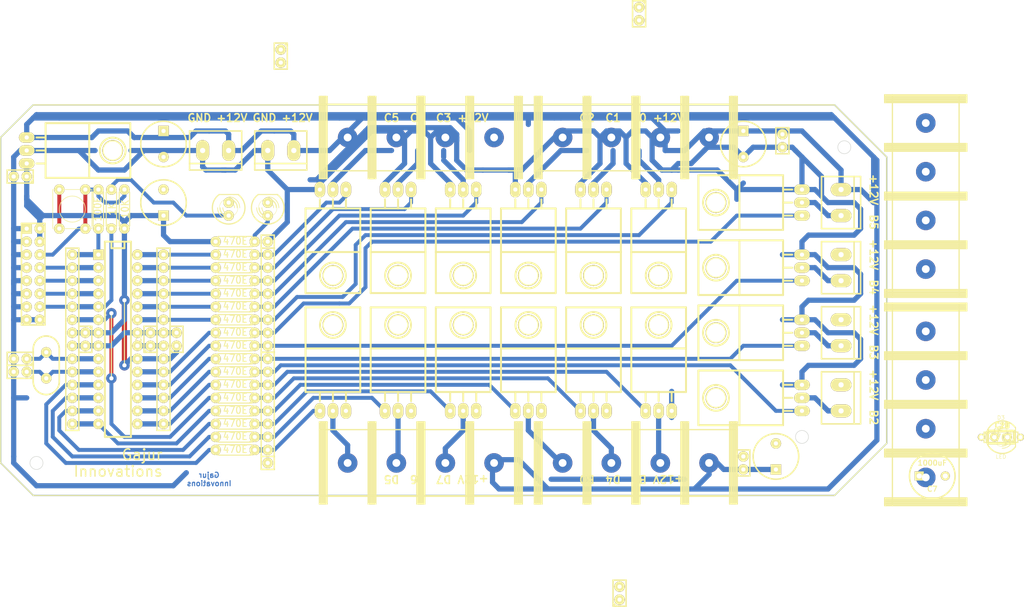
<source format=kicad_pcb>
(kicad_pcb (version 3) (host pcbnew "(2013-05-18 BZR 4017)-stable")
  (layers (15 F.Cu signal) (0 B.Cu signal) (19 F.Paste user) (21 F.SilkS user) (23 F.Mask user) (28 Edge.Cuts user))
  (net 0 "")
  (net 1 +12V)
  (net 2 /MISO)
  (net 3 /MOSI)
  (net 4 /P1)
  (net 5 /P10)
  (net 6 /P11)
  (net 7 /P12)
  (net 8 /P13)
  (net 9 /P14)
  (net 10 /P15)
  (net 11 /P16)
  (net 12 /P19)
  (net 13 /P2)
  (net 14 /P21)
  (net 15 /P23)
  (net 16 /P24)
  (net 17 /P25)
  (net 18 /P26)
  (net 19 /P27)
  (net 20 /P28)
  (net 21 /P3)
  (net 22 /P4)
  (net 23 /P5)
  (net 24 /P6)
  (net 25 /P9)
  (net 26 /RST_IN)
  (net 27 GND)
  (net 28 N-000001)
  (net 29 N-0000011)
  (net 30 N-0000012)
  (net 31 N-0000014)
  (net 32 N-0000016)
  (net 33 N-0000017)
  (net 34 N-0000018)
  (net 35 N-0000019)
  (net 36 N-0000020)
  (net 37 N-0000023)
  (net 38 N-0000024)
  (net 39 N-0000025)
  (net 40 N-0000026)
  (net 41 N-0000027)
  (net 42 N-0000028)
  (net 43 N-0000029)
  (net 44 N-000003)
  (net 45 N-0000030)
  (net 46 N-0000031)
  (net 47 N-0000032)
  (net 48 N-0000033)
  (net 49 N-0000034)
  (net 50 N-0000035)
  (net 51 N-0000036)
  (net 52 N-0000038)
  (net 53 N-0000040)
  (net 54 N-0000041)
  (net 55 N-0000043)
  (net 56 N-0000045)
  (net 57 N-0000046)
  (net 58 N-0000049)
  (net 59 N-000006)
  (net 60 N-000007)
  (net 61 N-000008)
  (net 62 N-000009)
  (net 63 VCC)
  (module TO-220_Neutral123_Horizontal (layer F.Cu) (at 52.07 172.72 270)
    (fp_text reference U1 hide)
    (fp_text value 7805 hide)
    (pad GND thru_hole oval (at 0 0) (size 3.048 2.032) (drill 0.8128) (layers *.Cu *.Mask F.SilkS) (net 27 GND))
    (pad VI thru_hole oval (at -2.54 0) (size 3.048 2.032) (drill 0.8128) (layers *.Cu *.Mask F.SilkS) (net 1 +12V))
    (pad VO thru_hole oval (at 2.54 0) (size 3.048 2.032) (drill 0.8128) (layers *.Cu *.Mask F.SilkS) (net 63 VCC))
    (pad GND thru_hole circle (at 0 -16.764) (size 4.064 4.064) (drill 3.556) (layers *.Cu *.Mask F.SilkS) (net 27 GND))
  )
  (module SW_PUSH_SMALL (layer F.Cu) (at 60.96 184.15 90)
    (fp_text reference SW1 hide)
    (fp_text value SW_PUSH hide)
    (pad 1 thru_hole circle (at 3.81 -2.54 90) (size 2.032 2.032) (drill 0.8128) (layers *.Cu *.Mask F.SilkS) (net 27 GND))
    (pad 2 thru_hole circle (at 3.81 2.54 90) (size 2.032 2.032) (drill 0.8128) (layers *.Cu *.Mask F.SilkS) (net 26 /RST_IN))
    (pad 1 thru_hole circle (at -3.81 -2.54 90) (size 2.032 2.032) (drill 0.8128) (layers *.Cu *.Mask F.SilkS) (net 27 GND))
    (pad 2 thru_hole circle (at -3.81 2.54 90) (size 2.032 2.032) (drill 0.8128) (layers *.Cu *.Mask F.SilkS) (net 26 /RST_IN))
  )
  (module SIL-14 (layer F.Cu) (at 78.74 209.55 90)
    (fp_text reference P2 hide)
    (fp_text value CONN_14 hide)
    (pad 1 thru_hole circle (at -16.51 0 90) (size 2.032 2.032) (drill 0.8128) (layers *.Cu *.Mask F.SilkS) (net 10 /P15))
    (pad 2 thru_hole circle (at -13.97 0 90) (size 2.032 2.032) (drill 0.8128) (layers *.Cu *.Mask F.SilkS) (net 11 /P16))
    (pad 3 thru_hole circle (at -11.43 0 90) (size 2.032 2.032) (drill 0.8128) (layers *.Cu *.Mask F.SilkS) (net 3 /MOSI))
    (pad 4 thru_hole circle (at -8.89 0 90) (size 2.032 2.032) (drill 0.8128) (layers *.Cu *.Mask F.SilkS) (net 2 /MISO))
    (pad 5 thru_hole circle (at -6.35 0 90) (size 2.032 2.032) (drill 0.8128) (layers *.Cu *.Mask F.SilkS) (net 12 /P19))
    (pad 6 thru_hole circle (at -3.81 0 90) (size 2.032 2.032) (drill 0.8128) (layers *.Cu *.Mask F.SilkS) (net 63 VCC))
    (pad 7 thru_hole circle (at -1.27 0 90) (size 2.032 2.032) (drill 0.8128) (layers *.Cu *.Mask F.SilkS) (net 14 /P21))
    (pad 8 thru_hole circle (at 1.27 0 90) (size 2.032 2.032) (drill 0.8128) (layers *.Cu *.Mask F.SilkS) (net 27 GND))
    (pad 9 thru_hole circle (at 3.81 0 90) (size 2.032 2.032) (drill 0.8128) (layers *.Cu *.Mask F.SilkS) (net 15 /P23))
    (pad 10 thru_hole circle (at 6.35 0 90) (size 2.032 2.032) (drill 0.8128) (layers *.Cu *.Mask F.SilkS) (net 16 /P24))
    (pad 11 thru_hole circle (at 8.89 0 90) (size 2.032 2.032) (drill 0.8128) (layers *.Cu *.Mask F.SilkS) (net 17 /P25))
    (pad 12 thru_hole circle (at 11.43 0 90) (size 2.032 2.032) (drill 0.8128) (layers *.Cu *.Mask F.SilkS) (net 18 /P26))
    (pad 13 thru_hole circle (at 13.97 0 90) (size 2.032 2.032) (drill 0.8128) (layers *.Cu *.Mask F.SilkS) (net 19 /P27))
    (pad 14 thru_hole circle (at 16.51 0 90) (size 2.032 2.032) (drill 0.8128) (layers *.Cu *.Mask F.SilkS) (net 20 /P28))
  )
  (module SIL-14 (layer F.Cu) (at 60.96 209.55 270)
    (fp_text reference P1 hide)
    (fp_text value CONN_14 hide)
    (pad 1 thru_hole circle (at -16.51 0 270) (size 2.032 2.032) (drill 0.8128) (layers *.Cu *.Mask F.SilkS) (net 4 /P1))
    (pad 2 thru_hole circle (at -13.97 0 270) (size 2.032 2.032) (drill 0.8128) (layers *.Cu *.Mask F.SilkS) (net 13 /P2))
    (pad 3 thru_hole circle (at -11.43 0 270) (size 2.032 2.032) (drill 0.8128) (layers *.Cu *.Mask F.SilkS) (net 21 /P3))
    (pad 4 thru_hole circle (at -8.89 0 270) (size 2.032 2.032) (drill 0.8128) (layers *.Cu *.Mask F.SilkS) (net 22 /P4))
    (pad 5 thru_hole circle (at -6.35 0 270) (size 2.032 2.032) (drill 0.8128) (layers *.Cu *.Mask F.SilkS) (net 23 /P5))
    (pad 6 thru_hole circle (at -3.81 0 270) (size 2.032 2.032) (drill 0.8128) (layers *.Cu *.Mask F.SilkS) (net 24 /P6))
    (pad 7 thru_hole circle (at -1.27 0 270) (size 2.032 2.032) (drill 0.8128) (layers *.Cu *.Mask F.SilkS) (net 63 VCC))
    (pad 8 thru_hole circle (at 1.27 0 270) (size 2.032 2.032) (drill 0.8128) (layers *.Cu *.Mask F.SilkS) (net 27 GND))
    (pad 9 thru_hole circle (at 3.81 0 270) (size 2.032 2.032) (drill 0.8128) (layers *.Cu *.Mask F.SilkS) (net 25 /P9))
    (pad 10 thru_hole circle (at 6.35 0 270) (size 2.032 2.032) (drill 0.8128) (layers *.Cu *.Mask F.SilkS) (net 5 /P10))
    (pad 11 thru_hole circle (at 8.89 0 270) (size 2.032 2.032) (drill 0.8128) (layers *.Cu *.Mask F.SilkS) (net 6 /P11))
    (pad 12 thru_hole circle (at 11.43 0 270) (size 2.032 2.032) (drill 0.8128) (layers *.Cu *.Mask F.SilkS) (net 7 /P12))
    (pad 13 thru_hole circle (at 13.97 0 270) (size 2.032 2.032) (drill 0.8128) (layers *.Cu *.Mask F.SilkS) (net 8 /P13))
    (pad 14 thru_hole circle (at 16.51 0 270) (size 2.032 2.032) (drill 0.8128) (layers *.Cu *.Mask F.SilkS) (net 9 /P14))
  )
  (module r_pack8 (layer F.Cu) (at 99.06 223.52 90)
    (fp_text reference RR2 hide)
    (fp_text value RR8 hide)
    (pad 1 thru_hole circle (at -10.16 0 90) (size 2.032 2.032) (drill 0.8128) (layers *.Cu *.Mask F.SilkS) (net 27 GND))
    (pad 2 thru_hole circle (at -7.62 0 90) (size 2.032 2.032) (drill 0.8128) (layers *.Cu *.Mask F.SilkS) (net 52 N-0000038))
    (pad 3 thru_hole circle (at -5.08 0 90) (size 2.032 2.032) (drill 0.8128) (layers *.Cu *.Mask F.SilkS) (net 51 N-0000036))
    (pad 4 thru_hole circle (at -2.54 0 90) (size 2.032 2.032) (drill 0.8128) (layers *.Cu *.Mask F.SilkS) (net 55 N-0000043))
    (pad 5 thru_hole circle (at 0 0 90) (size 2.032 2.032) (drill 0.8128) (layers *.Cu *.Mask F.SilkS) (net 38 N-0000024))
    (pad 6 thru_hole circle (at 2.54 0 90) (size 2.032 2.032) (drill 0.8128) (layers *.Cu *.Mask F.SilkS) (net 42 N-0000028))
    (pad 7 thru_hole circle (at 5.08 0 90) (size 2.032 2.032) (drill 0.8128) (layers *.Cu *.Mask F.SilkS) (net 43 N-0000029))
    (pad 8 thru_hole circle (at 7.62 0 90) (size 2.032 2.032) (drill 0.8128) (layers *.Cu *.Mask F.SilkS) (net 54 N-0000041))
    (pad 9 thru_hole circle (at 10.16 0 90) (size 2.032 2.032) (drill 0.8128) (layers *.Cu *.Mask F.SilkS) (net 45 N-0000030))
  )
  (module r_pack8 (layer F.Cu) (at 99.06 200.66 270)
    (fp_text reference RR1 hide)
    (fp_text value RR8 hide)
    (pad 1 thru_hole circle (at -10.16 0 270) (size 2.032 2.032) (drill 0.8128) (layers *.Cu *.Mask F.SilkS) (net 27 GND))
    (pad 2 thru_hole circle (at -7.62 0 270) (size 2.032 2.032) (drill 0.8128) (layers *.Cu *.Mask F.SilkS) (net 46 N-0000031))
    (pad 3 thru_hole circle (at -5.08 0 270) (size 2.032 2.032) (drill 0.8128) (layers *.Cu *.Mask F.SilkS) (net 47 N-0000032))
    (pad 4 thru_hole circle (at -2.54 0 270) (size 2.032 2.032) (drill 0.8128) (layers *.Cu *.Mask F.SilkS) (net 48 N-0000033))
    (pad 5 thru_hole circle (at 0 0 270) (size 2.032 2.032) (drill 0.8128) (layers *.Cu *.Mask F.SilkS) (net 49 N-0000034))
    (pad 6 thru_hole circle (at 2.54 0 270) (size 2.032 2.032) (drill 0.8128) (layers *.Cu *.Mask F.SilkS) (net 50 N-0000035))
    (pad 7 thru_hole circle (at 5.08 0 270) (size 2.032 2.032) (drill 0.8128) (layers *.Cu *.Mask F.SilkS) (net 41 N-0000027))
    (pad 8 thru_hole circle (at 7.62 0 270) (size 2.032 2.032) (drill 0.8128) (layers *.Cu *.Mask F.SilkS) (net 39 N-0000025))
    (pad 9 thru_hole circle (at 10.16 0 270) (size 2.032 2.032) (drill 0.8128) (layers *.Cu *.Mask F.SilkS) (net 40 N-0000026))
  )
  (module R3 (layer F.Cu) (at 92.71 226.06 180)
    (fp_text reference R14 hide)
    (fp_text value 470E (at 0 0.127 180) (layer F.SilkS) (effects (font (size 1.397 1.27) (thickness 0.2032))))
    (pad 1 thru_hole circle (at -3.81 0 180) (size 2.032 2.032) (drill 0.8128) (layers *.Cu *.Mask F.SilkS) (net 55 N-0000043))
    (pad 2 thru_hole circle (at 3.81 0 180) (size 2.032 2.032) (drill 0.8128) (layers *.Cu *.Mask F.SilkS) (net 8 /P13))
  )
  (module R3 (layer F.Cu) (at 92.71 205.74 180)
    (fp_text reference R9 hide)
    (fp_text value 470E (at 0 0.127 180) (layer F.SilkS) (effects (font (size 1.397 1.27) (thickness 0.2032))))
    (pad 1 thru_hole circle (at -3.81 0 180) (size 2.032 2.032) (drill 0.8128) (layers *.Cu *.Mask F.SilkS) (net 41 N-0000027))
    (pad 2 thru_hole circle (at 3.81 0 180) (size 2.032 2.032) (drill 0.8128) (layers *.Cu *.Mask F.SilkS) (net 15 /P23))
  )
  (module R3 (layer F.Cu) (at 92.71 210.82 180)
    (fp_text reference R12 hide)
    (fp_text value 470E (at 0 0.127 180) (layer F.SilkS) (effects (font (size 1.397 1.27) (thickness 0.2032))))
    (pad 1 thru_hole circle (at -3.81 0 180) (size 2.032 2.032) (drill 0.8128) (layers *.Cu *.Mask F.SilkS) (net 40 N-0000026))
    (pad 2 thru_hole circle (at 3.81 0 180) (size 2.032 2.032) (drill 0.8128) (layers *.Cu *.Mask F.SilkS) (net 2 /MISO))
  )
  (module R3 (layer F.Cu) (at 92.71 203.2 180)
    (fp_text reference R10 hide)
    (fp_text value 470E (at 0 0.127 180) (layer F.SilkS) (effects (font (size 1.397 1.27) (thickness 0.2032))))
    (pad 1 thru_hole circle (at -3.81 0 180) (size 2.032 2.032) (drill 0.8128) (layers *.Cu *.Mask F.SilkS) (net 50 N-0000035))
    (pad 2 thru_hole circle (at 3.81 0 180) (size 2.032 2.032) (drill 0.8128) (layers *.Cu *.Mask F.SilkS) (net 16 /P24))
  )
  (module R3 (layer F.Cu) (at 92.71 200.66 180)
    (fp_text reference R11 hide)
    (fp_text value 470E (at 0 0.127 180) (layer F.SilkS) (effects (font (size 1.397 1.27) (thickness 0.2032))))
    (pad 1 thru_hole circle (at -3.81 0 180) (size 2.032 2.032) (drill 0.8128) (layers *.Cu *.Mask F.SilkS) (net 49 N-0000034))
    (pad 2 thru_hole circle (at 3.81 0 180) (size 2.032 2.032) (drill 0.8128) (layers *.Cu *.Mask F.SilkS) (net 17 /P25))
  )
  (module R3 (layer F.Cu) (at 92.71 208.28 180)
    (fp_text reference R13 hide)
    (fp_text value 470E (at 0 0.127 180) (layer F.SilkS) (effects (font (size 1.397 1.27) (thickness 0.2032))))
    (pad 1 thru_hole circle (at -3.81 0 180) (size 2.032 2.032) (drill 0.8128) (layers *.Cu *.Mask F.SilkS) (net 39 N-0000025))
    (pad 2 thru_hole circle (at 3.81 0 180) (size 2.032 2.032) (drill 0.8128) (layers *.Cu *.Mask F.SilkS) (net 12 /P19))
  )
  (module R3 (layer F.Cu) (at 92.71 198.12 180)
    (fp_text reference R6 hide)
    (fp_text value 470E (at 0 0.127 180) (layer F.SilkS) (effects (font (size 1.397 1.27) (thickness 0.2032))))
    (pad 1 thru_hole circle (at -3.81 0 180) (size 2.032 2.032) (drill 0.8128) (layers *.Cu *.Mask F.SilkS) (net 48 N-0000033))
    (pad 2 thru_hole circle (at 3.81 0 180) (size 2.032 2.032) (drill 0.8128) (layers *.Cu *.Mask F.SilkS) (net 18 /P26))
  )
  (module R3 (layer F.Cu) (at 92.71 228.6 180)
    (fp_text reference R15 hide)
    (fp_text value 470E (at 0 0.127 180) (layer F.SilkS) (effects (font (size 1.397 1.27) (thickness 0.2032))))
    (pad 1 thru_hole circle (at -3.81 0 180) (size 2.032 2.032) (drill 0.8128) (layers *.Cu *.Mask F.SilkS) (net 51 N-0000036))
    (pad 2 thru_hole circle (at 3.81 0 180) (size 2.032 2.032) (drill 0.8128) (layers *.Cu *.Mask F.SilkS) (net 7 /P12))
  )
  (module R3 (layer F.Cu) (at 92.71 231.14 180)
    (fp_text reference R16 hide)
    (fp_text value 470E (at 0 0.127 180) (layer F.SilkS) (effects (font (size 1.397 1.27) (thickness 0.2032))))
    (pad 1 thru_hole circle (at -3.81 0 180) (size 2.032 2.032) (drill 0.8128) (layers *.Cu *.Mask F.SilkS) (net 52 N-0000038))
    (pad 2 thru_hole circle (at 3.81 0 180) (size 2.032 2.032) (drill 0.8128) (layers *.Cu *.Mask F.SilkS) (net 6 /P11))
  )
  (module R3 (layer F.Cu) (at 92.71 215.9 180)
    (fp_text reference R20 hide)
    (fp_text value 470E (at 0 0.127 180) (layer F.SilkS) (effects (font (size 1.397 1.27) (thickness 0.2032))))
    (pad 1 thru_hole circle (at -3.81 0 180) (size 2.032 2.032) (drill 0.8128) (layers *.Cu *.Mask F.SilkS) (net 54 N-0000041))
    (pad 2 thru_hole circle (at 3.81 0 180) (size 2.032 2.032) (drill 0.8128) (layers *.Cu *.Mask F.SilkS) (net 11 /P16))
  )
  (module R3 (layer F.Cu) (at 92.71 218.44 180)
    (fp_text reference R17 hide)
    (fp_text value 470E (at 0 0.127 180) (layer F.SilkS) (effects (font (size 1.397 1.27) (thickness 0.2032))))
    (pad 1 thru_hole circle (at -3.81 0 180) (size 2.032 2.032) (drill 0.8128) (layers *.Cu *.Mask F.SilkS) (net 43 N-0000029))
    (pad 2 thru_hole circle (at 3.81 0 180) (size 2.032 2.032) (drill 0.8128) (layers *.Cu *.Mask F.SilkS) (net 10 /P15))
  )
  (module R3 (layer F.Cu) (at 92.71 220.98 180)
    (fp_text reference R18 hide)
    (fp_text value 470E (at 0 0.127 180) (layer F.SilkS) (effects (font (size 1.397 1.27) (thickness 0.2032))))
    (pad 1 thru_hole circle (at -3.81 0 180) (size 2.032 2.032) (drill 0.8128) (layers *.Cu *.Mask F.SilkS) (net 42 N-0000028))
    (pad 2 thru_hole circle (at 3.81 0 180) (size 2.032 2.032) (drill 0.8128) (layers *.Cu *.Mask F.SilkS) (net 24 /P6))
  )
  (module R3 (layer F.Cu) (at 92.71 223.52 180)
    (fp_text reference R19 hide)
    (fp_text value 470E (at 0 0.127 180) (layer F.SilkS) (effects (font (size 1.397 1.27) (thickness 0.2032))))
    (pad 1 thru_hole circle (at -3.81 0 180) (size 2.032 2.032) (drill 0.8128) (layers *.Cu *.Mask F.SilkS) (net 38 N-0000024))
    (pad 2 thru_hole circle (at 3.81 0 180) (size 2.032 2.032) (drill 0.8128) (layers *.Cu *.Mask F.SilkS) (net 9 /P14))
  )
  (module R3 (layer F.Cu) (at 92.71 213.36 180)
    (fp_text reference R21 hide)
    (fp_text value 470E (at 0 0.127 180) (layer F.SilkS) (effects (font (size 1.397 1.27) (thickness 0.2032))))
    (pad 1 thru_hole circle (at -3.81 0 180) (size 2.032 2.032) (drill 0.8128) (layers *.Cu *.Mask F.SilkS) (net 45 N-0000030))
    (pad 2 thru_hole circle (at 3.81 0 180) (size 2.032 2.032) (drill 0.8128) (layers *.Cu *.Mask F.SilkS) (net 3 /MOSI))
  )
  (module R3 (layer F.Cu) (at 92.71 195.58 180)
    (fp_text reference R7 hide)
    (fp_text value 470E (at 0 0.127 180) (layer F.SilkS) (effects (font (size 1.397 1.27) (thickness 0.2032))))
    (pad 1 thru_hole circle (at -3.81 0 180) (size 2.032 2.032) (drill 0.8128) (layers *.Cu *.Mask F.SilkS) (net 47 N-0000032))
    (pad 2 thru_hole circle (at 3.81 0 180) (size 2.032 2.032) (drill 0.8128) (layers *.Cu *.Mask F.SilkS) (net 19 /P27))
  )
  (module R3 (layer F.Cu) (at 92.71 190.5 180)
    (fp_text reference R4 hide)
    (fp_text value 470E (at 0 0.127 180) (layer F.SilkS) (effects (font (size 1.397 1.27) (thickness 0.2032))))
    (pad 1 thru_hole circle (at -3.81 0 180) (size 2.032 2.032) (drill 0.8128) (layers *.Cu *.Mask F.SilkS) (net 31 N-0000014))
    (pad 2 thru_hole circle (at 3.81 0 180) (size 2.032 2.032) (drill 0.8128) (layers *.Cu *.Mask F.SilkS) (net 63 VCC))
  )
  (module R3 (layer F.Cu) (at 66.04 184.15 270)
    (fp_text reference R3 hide)
    (fp_text value 100E (at 0 0.127 270) (layer F.SilkS) (effects (font (size 1.397 1.27) (thickness 0.2032))))
    (pad 1 thru_hole circle (at -3.81 0 270) (size 2.032 2.032) (drill 0.8128) (layers *.Cu *.Mask F.SilkS) (net 26 /RST_IN))
    (pad 2 thru_hole circle (at 3.81 0 270) (size 2.032 2.032) (drill 0.8128) (layers *.Cu *.Mask F.SilkS) (net 4 /P1))
  )
  (module R3 (layer F.Cu) (at 71.12 184.15 90)
    (fp_text reference R2 hide)
    (fp_text value 10K (at 0 0.127 90) (layer F.SilkS) (effects (font (size 1.397 1.27) (thickness 0.2032))))
    (pad 1 thru_hole circle (at -3.81 0 90) (size 2.032 2.032) (drill 0.8128) (layers *.Cu *.Mask F.SilkS) (net 63 VCC))
    (pad 2 thru_hole circle (at 3.81 0 90) (size 2.032 2.032) (drill 0.8128) (layers *.Cu *.Mask F.SilkS) (net 26 /RST_IN))
  )
  (module R3 (layer F.Cu) (at 68.58 184.15 90)
    (fp_text reference R1 hide)
    (fp_text value 1K (at 0 0.127 90) (layer F.SilkS) (effects (font (size 1.397 1.27) (thickness 0.2032))))
    (pad 1 thru_hole circle (at -3.81 0 90) (size 2.032 2.032) (drill 0.8128) (layers *.Cu *.Mask F.SilkS) (net 23 /P5))
    (pad 2 thru_hole circle (at 3.81 0 90) (size 2.032 2.032) (drill 0.8128) (layers *.Cu *.Mask F.SilkS) (net 33 N-0000017))
  )
  (module R3 (layer F.Cu) (at 92.71 193.04 180)
    (fp_text reference R8 hide)
    (fp_text value 470E (at 0 0.127 180) (layer F.SilkS) (effects (font (size 1.397 1.27) (thickness 0.2032))))
    (pad 1 thru_hole circle (at -3.81 0 180) (size 2.032 2.032) (drill 0.8128) (layers *.Cu *.Mask F.SilkS) (net 46 N-0000031))
    (pad 2 thru_hole circle (at 3.81 0 180) (size 2.032 2.032) (drill 0.8128) (layers *.Cu *.Mask F.SilkS) (net 20 /P28))
  )
  (module pin_array_8x2 (layer F.Cu) (at 53.34 196.85 270)
    (fp_text reference P5 hide)
    (fp_text value CONN_8X2 hide)
    (pad 1 thru_hole rect (at -8.89 1.27 270) (size 2.032 2.032) (drill 0.8128) (layers *.Cu *.Mask F.SilkS) (net 27 GND))
    (pad 2 thru_hole circle (at -8.89 -1.27 270) (size 2.032 2.032) (drill 0.8128) (layers *.Cu *.Mask F.SilkS) (net 63 VCC))
    (pad 3 thru_hole circle (at -6.35 1.27 270) (size 2.032 2.032) (drill 0.8128) (layers *.Cu *.Mask F.SilkS) (net 27 GND))
    (pad 4 thru_hole circle (at -6.35 -1.27 270) (size 2.032 2.032) (drill 0.8128) (layers *.Cu *.Mask F.SilkS) (net 63 VCC))
    (pad 5 thru_hole circle (at -3.81 1.27 270) (size 2.032 2.032) (drill 0.8128) (layers *.Cu *.Mask F.SilkS) (net 27 GND))
    (pad 6 thru_hole circle (at -3.81 -1.27 270) (size 2.032 2.032) (drill 0.8128) (layers *.Cu *.Mask F.SilkS) (net 26 /RST_IN))
    (pad 7 thru_hole circle (at -1.27 1.27 270) (size 2.032 2.032) (drill 0.8128) (layers *.Cu *.Mask F.SilkS) (net 27 GND))
    (pad 8 thru_hole circle (at -1.27 -1.27 270) (size 2.032 2.032) (drill 0.8128) (layers *.Cu *.Mask F.SilkS) (net 13 /P2))
    (pad 9 thru_hole circle (at 1.27 1.27 270) (size 2.032 2.032) (drill 0.8128) (layers *.Cu *.Mask F.SilkS) (net 27 GND))
    (pad 10 thru_hole circle (at 1.27 -1.27 270) (size 2.032 2.032) (drill 0.8128) (layers *.Cu *.Mask F.SilkS) (net 21 /P3))
    (pad 11 thru_hole circle (at 3.81 1.27 270) (size 2.032 2.032) (drill 0.8128) (layers *.Cu *.Mask F.SilkS) (net 27 GND))
    (pad 12 thru_hole circle (at 3.81 -1.27 270) (size 2.032 2.032) (drill 0.8128) (layers *.Cu *.Mask F.SilkS) (net 22 /P4))
    (pad 13 thru_hole circle (at 6.35 1.27 270) (size 2.032 2.032) (drill 0.8128) (layers *.Cu *.Mask F.SilkS) (net 27 GND))
    (pad 14 thru_hole circle (at 6.35 -1.27 270) (size 2.032 2.032) (drill 0.8128) (layers *.Cu *.Mask F.SilkS) (net 23 /P5))
    (pad 15 thru_hole circle (at 8.89 1.27 270) (size 2.032 2.032) (drill 0.8128) (layers *.Cu *.Mask F.SilkS) (net 27 GND))
    (pad 16 thru_hole circle (at 8.89 -1.27 270) (size 2.032 2.032) (drill 0.8128) (layers *.Cu *.Mask F.SilkS) (net 27 GND))
  )
  (module LED-5MM (layer F.Cu) (at 99.06 184.15 90)
    (fp_text reference D2 hide)
    (fp_text value LED hide)
    (pad 1 thru_hole circle (at -1.27 0 90) (size 2.032 2.032) (drill 0.8128) (layers *.Cu *.Mask F.SilkS) (net 31 N-0000014))
    (pad 2 thru_hole circle (at 1.27 0 90) (size 2.032 2.032) (drill 0.8128) (layers *.Cu *.Mask F.SilkS) (net 27 GND))
  )
  (module LED-5MM (layer F.Cu) (at 91.44 184.15 90)
    (fp_text reference D1 hide)
    (fp_text value LED hide)
    (pad 1 thru_hole circle (at -1.27 0 90) (size 2.032 2.032) (drill 0.8128) (layers *.Cu *.Mask F.SilkS) (net 33 N-0000017))
    (pad 2 thru_hole circle (at 1.27 0 90) (size 2.032 2.032) (drill 0.8128) (layers *.Cu *.Mask F.SilkS) (net 27 GND))
  )
  (module HC-49V (layer F.Cu) (at 55.88 214.63 270)
    (fp_text reference X1 hide)
    (fp_text value 16MHz hide)
    (pad 1 thru_hole circle (at -2.54 0 270) (size 2.032 2.032) (drill 0.8128) (layers *.Cu *.Mask F.SilkS) (net 25 /P9))
    (pad 2 thru_hole circle (at 2.54 0 270) (size 2.032 2.032) (drill 0.8128) (layers *.Cu *.Mask F.SilkS) (net 5 /P10))
  )
  (module DIP-28__300 (layer F.Cu) (at 69.85 209.55 270)
    (fp_text reference IC1 hide)
    (fp_text value ATMEGA168-P hide)
    (pad 2 thru_hole circle (at -13.97 3.81 270) (size 2.032 2.032) (drill 0.8128) (layers *.Cu *.Mask F.SilkS) (net 13 /P2))
    (pad 3 thru_hole circle (at -11.43 3.81 270) (size 2.032 2.032) (drill 0.8128) (layers *.Cu *.Mask F.SilkS) (net 21 /P3))
    (pad 4 thru_hole circle (at -8.89 3.81 270) (size 2.032 2.032) (drill 0.8128) (layers *.Cu *.Mask F.SilkS) (net 22 /P4))
    (pad 5 thru_hole circle (at -6.35 3.81 270) (size 2.032 2.032) (drill 0.8128) (layers *.Cu *.Mask F.SilkS) (net 23 /P5))
    (pad 6 thru_hole circle (at -3.81 3.81 270) (size 2.032 2.032) (drill 0.8128) (layers *.Cu *.Mask F.SilkS) (net 24 /P6))
    (pad 7 thru_hole circle (at -1.27 3.81 270) (size 2.032 2.032) (drill 0.8128) (layers *.Cu *.Mask F.SilkS) (net 63 VCC))
    (pad 8 thru_hole circle (at 1.27 3.81 270) (size 2.032 2.032) (drill 0.8128) (layers *.Cu *.Mask F.SilkS) (net 27 GND))
    (pad 9 thru_hole circle (at 3.81 3.81 270) (size 2.032 2.032) (drill 0.8128) (layers *.Cu *.Mask F.SilkS) (net 25 /P9))
    (pad 10 thru_hole circle (at 6.35 3.81 270) (size 2.032 2.032) (drill 0.8128) (layers *.Cu *.Mask F.SilkS) (net 5 /P10))
    (pad 11 thru_hole circle (at 8.89 3.81 270) (size 2.032 2.032) (drill 0.8128) (layers *.Cu *.Mask F.SilkS) (net 6 /P11))
    (pad 12 thru_hole circle (at 11.43 3.81 270) (size 2.032 2.032) (drill 0.8128) (layers *.Cu *.Mask F.SilkS) (net 7 /P12))
    (pad 13 thru_hole circle (at 13.97 3.81 270) (size 2.032 2.032) (drill 0.8128) (layers *.Cu *.Mask F.SilkS) (net 8 /P13))
    (pad 14 thru_hole circle (at 16.51 3.81 270) (size 2.032 2.032) (drill 0.8128) (layers *.Cu *.Mask F.SilkS) (net 9 /P14))
    (pad 1 thru_hole rect (at -16.51 3.81 270) (size 2.032 2.032) (drill 0.8128) (layers *.Cu *.Mask F.SilkS) (net 4 /P1))
    (pad 15 thru_hole circle (at 16.51 -3.81 270) (size 2.032 2.032) (drill 0.8128) (layers *.Cu *.Mask F.SilkS) (net 10 /P15))
    (pad 16 thru_hole circle (at 13.97 -3.81 270) (size 2.032 2.032) (drill 0.8128) (layers *.Cu *.Mask F.SilkS) (net 11 /P16))
    (pad 17 thru_hole circle (at 11.43 -3.81 270) (size 2.032 2.032) (drill 0.8128) (layers *.Cu *.Mask F.SilkS) (net 3 /MOSI))
    (pad 18 thru_hole circle (at 8.89 -3.81 270) (size 2.032 2.032) (drill 0.8128) (layers *.Cu *.Mask F.SilkS) (net 2 /MISO))
    (pad 19 thru_hole circle (at 6.35 -3.81 270) (size 2.032 2.032) (drill 0.8128) (layers *.Cu *.Mask F.SilkS) (net 12 /P19))
    (pad 20 thru_hole circle (at 3.81 -3.81 270) (size 2.032 2.032) (drill 0.8128) (layers *.Cu *.Mask F.SilkS) (net 63 VCC))
    (pad 21 thru_hole circle (at 1.27 -3.81 270) (size 2.032 2.032) (drill 0.8128) (layers *.Cu *.Mask F.SilkS) (net 14 /P21))
    (pad 22 thru_hole circle (at -1.27 -3.81 270) (size 2.032 2.032) (drill 0.8128) (layers *.Cu *.Mask F.SilkS) (net 27 GND))
    (pad 23 thru_hole circle (at -3.81 -3.81 270) (size 2.032 2.032) (drill 0.8128) (layers *.Cu *.Mask F.SilkS) (net 15 /P23))
    (pad 24 thru_hole circle (at -6.35 -3.81 270) (size 2.032 2.032) (drill 0.8128) (layers *.Cu *.Mask F.SilkS) (net 16 /P24))
    (pad 25 thru_hole circle (at -8.89 -3.81 270) (size 2.032 2.032) (drill 0.8128) (layers *.Cu *.Mask F.SilkS) (net 17 /P25))
    (pad 26 thru_hole circle (at -11.43 -3.81 270) (size 2.032 2.032) (drill 0.8128) (layers *.Cu *.Mask F.SilkS) (net 18 /P26))
    (pad 27 thru_hole circle (at -13.97 -3.81 270) (size 2.032 2.032) (drill 0.8128) (layers *.Cu *.Mask F.SilkS) (net 19 /P27))
    (pad 28 thru_hole circle (at -16.51 -3.81 270) (size 2.032 2.032) (drill 0.8128) (layers *.Cu *.Mask F.SilkS) (net 20 /P28))
  )
  (module C2V8 (layer F.Cu) (at 198.12 232.41 90)
    (fp_text reference C9 hide)
    (fp_text value 1000uF hide)
    (pad 1 thru_hole rect (at -2.54 0 90) (size 2.032 2.032) (drill 0.8128) (layers *.Cu *.Mask F.SilkS) (net 1 +12V))
    (pad 2 thru_hole circle (at 2.54 0 90) (size 2.032 2.032) (drill 0.8128) (layers *.Cu *.Mask F.SilkS) (net 27 GND))
  )
  (module C2V8 (layer F.Cu) (at 78.74 182.88 90)
    (fp_text reference C4 hide)
    (fp_text value 1000uF hide)
    (pad 1 thru_hole rect (at -2.54 0 90) (size 2.032 2.032) (drill 0.8128) (layers *.Cu *.Mask F.SilkS) (net 63 VCC))
    (pad 2 thru_hole circle (at 2.54 0 90) (size 2.032 2.032) (drill 0.8128) (layers *.Cu *.Mask F.SilkS) (net 27 GND))
  )
  (module C2V8 (layer F.Cu) (at 191.77 171.45 270)
    (fp_text reference C8 hide)
    (fp_text value 1000uF hide)
    (pad 1 thru_hole rect (at -2.54 0 270) (size 2.032 2.032) (drill 0.8128) (layers *.Cu *.Mask F.SilkS) (net 1 +12V))
    (pad 2 thru_hole circle (at 2.54 0 270) (size 2.032 2.032) (drill 0.8128) (layers *.Cu *.Mask F.SilkS) (net 27 GND))
  )
  (module C2V8 (layer F.Cu) (at 78.74 171.45 270)
    (fp_text reference C6 hide)
    (fp_text value 1000uF hide)
    (pad 1 thru_hole rect (at -2.54 0 270) (size 2.032 2.032) (drill 0.8128) (layers *.Cu *.Mask F.SilkS) (net 1 +12V))
    (pad 2 thru_hole circle (at 2.54 0 270) (size 2.032 2.032) (drill 0.8128) (layers *.Cu *.Mask F.SilkS) (net 27 GND))
  )
  (module C1 (layer F.Cu) (at 76.2 209.55 90)
    (fp_text reference C2 (at 0.254 -2.286 90) (layer F.SilkS) (effects (font (size 1.016 1.016) (thickness 0.2032))))
    (fp_text value 104 hide)
    (pad 1 thru_hole circle (at -1.27 0 90) (size 2.032 2.032) (drill 0.8128) (layers *.Cu *.Mask F.SilkS) (net 14 /P21))
    (pad 2 thru_hole circle (at 1.27 0 90) (size 2.032 2.032) (drill 0.8128) (layers *.Cu *.Mask F.SilkS) (net 27 GND))
  )
  (module C1 (layer F.Cu) (at 191.77 233.68 90)
    (fp_text reference C11 hide)
    (fp_text value 104 hide)
    (pad 1 thru_hole circle (at -1.27 0 90) (size 2.032 2.032) (drill 0.8128) (layers *.Cu *.Mask F.SilkS) (net 1 +12V))
    (pad 2 thru_hole circle (at 1.27 0 90) (size 2.032 2.032) (drill 0.8128) (layers *.Cu *.Mask F.SilkS) (net 27 GND))
  )
  (module C1 (layer F.Cu) (at 199.39 170.815 270)
    (fp_text reference C10 hide)
    (fp_text value 104 hide)
    (pad 1 thru_hole circle (at -1.27 0 270) (size 2.032 2.032) (drill 0.8128) (layers *.Cu *.Mask F.SilkS) (net 1 +12V))
    (pad 2 thru_hole circle (at 1.27 0 270) (size 2.032 2.032) (drill 0.8128) (layers *.Cu *.Mask F.SilkS) (net 27 GND))
  )
  (module C1 (layer F.Cu) (at 167.64 259.08 90)
    (fp_text reference C12 hide)
    (fp_text value 104 hide)
    (pad 1 thru_hole circle (at -1.27 0 90) (size 2.032 2.032) (drill 0.8128) (layers *.Cu *.Mask F.SilkS) (net 1 +12V))
    (pad 2 thru_hole circle (at 1.27 0 90) (size 2.032 2.032) (drill 0.8128) (layers *.Cu *.Mask F.SilkS) (net 27 GND))
  )
  (module C1 (layer F.Cu) (at 50.8 177.8 180)
    (fp_text reference C5 hide)
    (fp_text value 104 hide)
    (pad 1 thru_hole circle (at -1.27 0 180) (size 2.032 2.032) (drill 0.8128) (layers *.Cu *.Mask F.SilkS) (net 63 VCC))
    (pad 2 thru_hole circle (at 1.27 0 180) (size 2.032 2.032) (drill 0.8128) (layers *.Cu *.Mask F.SilkS) (net 27 GND))
  )
  (module C1 (layer F.Cu) (at 50.8 215.9 180)
    (fp_text reference C3 hide)
    (fp_text value 22pF hide)
    (pad 1 thru_hole circle (at -1.27 0 180) (size 2.032 2.032) (drill 0.8128) (layers *.Cu *.Mask F.SilkS) (net 5 /P10))
    (pad 2 thru_hole circle (at 1.27 0 180) (size 2.032 2.032) (drill 0.8128) (layers *.Cu *.Mask F.SilkS) (net 27 GND))
  )
  (module C1 (layer F.Cu) (at 50.8 213.36 180)
    (fp_text reference C1 hide)
    (fp_text value 22pF hide)
    (pad 1 thru_hole circle (at -1.27 0 180) (size 2.032 2.032) (drill 0.8128) (layers *.Cu *.Mask F.SilkS) (net 25 /P9))
    (pad 2 thru_hole circle (at 1.27 0 180) (size 2.032 2.032) (drill 0.8128) (layers *.Cu *.Mask F.SilkS) (net 27 GND))
  )
  (module C1 (layer F.Cu) (at 101.6 154.305 270)
    (fp_text reference C13 hide)
    (fp_text value 104 hide)
    (pad 1 thru_hole circle (at -1.27 0 270) (size 2.032 2.032) (drill 0.8128) (layers *.Cu *.Mask F.SilkS) (net 1 +12V))
    (pad 2 thru_hole circle (at 1.27 0 270) (size 2.032 2.032) (drill 0.8128) (layers *.Cu *.Mask F.SilkS) (net 27 GND))
  )
  (module C1 (layer F.Cu) (at 171.45 146.05 270)
    (fp_text reference C14 hide)
    (fp_text value 104 hide)
    (pad 1 thru_hole circle (at -1.27 0 270) (size 2.032 2.032) (drill 0.8128) (layers *.Cu *.Mask F.SilkS) (net 1 +12V))
    (pad 2 thru_hole circle (at 1.27 0 270) (size 2.032 2.032) (drill 0.8128) (layers *.Cu *.Mask F.SilkS) (net 27 GND))
  )
  (module C1 (layer F.Cu) (at 81.28 209.55 90)
    (fp_text reference C15 hide)
    (fp_text value 104 hide)
    (pad 1 thru_hole circle (at -1.27 0 90) (size 2.032 2.032) (drill 0.8128) (layers *.Cu *.Mask F.SilkS) (net 63 VCC))
    (pad 2 thru_hole circle (at 1.27 0 90) (size 2.032 2.032) (drill 0.8128) (layers *.Cu *.Mask F.SilkS) (net 27 GND))
  )
  (module C1 (layer F.Cu) (at 63.5 209.55 270)
    (fp_text reference C16 hide)
    (fp_text value 104 hide)
    (pad 1 thru_hole circle (at -1.27 0 270) (size 2.032 2.032) (drill 0.8128) (layers *.Cu *.Mask F.SilkS) (net 63 VCC))
    (pad 2 thru_hole circle (at 1.27 0 270) (size 2.032 2.032) (drill 0.8128) (layers *.Cu *.Mask F.SilkS) (net 27 GND))
  )
  (module TO-220_Neutral123_Horizontal (layer F.Cu) (at 203.2 220.98 90)
    (fp_text reference Q15 hide)
    (fp_text value TIP122 hide)
    (pad 2 thru_hole oval (at 0 0 180) (size 3.048 2.032) (drill 0.8128) (layers *.Cu *.Mask F.SilkS) (net 53 N-0000040))
    (pad 1 thru_hole oval (at -2.54 0 180) (size 3.048 2.032) (drill 0.8128) (layers *.Cu *.Mask F.SilkS) (net 54 N-0000041))
    (pad 3 thru_hole oval (at 2.54 0 180) (size 3.048 2.032) (drill 0.8128) (layers *.Cu *.Mask F.SilkS) (net 27 GND))
    (pad 4 thru_hole circle (at 0 -16.764 180) (size 4.064 4.064) (drill 3.556) (layers *.Cu *.Mask F.SilkS))
  )
  (module TO-220_Neutral123_Horizontal (layer F.Cu) (at 162.56 180.34 180)
    (fp_text reference Q5 hide)
    (fp_text value TIP122 hide)
    (pad 2 thru_hole oval (at 0 0 270) (size 3.048 2.032) (drill 0.8128) (layers *.Cu *.Mask F.SilkS) (net 29 N-0000011))
    (pad 1 thru_hole oval (at -2.54 0 270) (size 3.048 2.032) (drill 0.8128) (layers *.Cu *.Mask F.SilkS) (net 50 N-0000035))
    (pad 3 thru_hole oval (at 2.54 0 270) (size 3.048 2.032) (drill 0.8128) (layers *.Cu *.Mask F.SilkS) (net 27 GND))
    (pad 4 thru_hole circle (at 0 -16.764 270) (size 4.064 4.064) (drill 3.556) (layers *.Cu *.Mask F.SilkS))
  )
  (module TO-220_Neutral123_Horizontal (layer F.Cu) (at 149.86 180.34 180)
    (fp_text reference Q6 hide)
    (fp_text value TIP122 hide)
    (pad 2 thru_hole oval (at 0 0 270) (size 3.048 2.032) (drill 0.8128) (layers *.Cu *.Mask F.SilkS) (net 30 N-0000012))
    (pad 1 thru_hole oval (at -2.54 0 270) (size 3.048 2.032) (drill 0.8128) (layers *.Cu *.Mask F.SilkS) (net 49 N-0000034))
    (pad 3 thru_hole oval (at 2.54 0 270) (size 3.048 2.032) (drill 0.8128) (layers *.Cu *.Mask F.SilkS) (net 27 GND))
    (pad 4 thru_hole circle (at 0 -16.764 270) (size 4.064 4.064) (drill 3.556) (layers *.Cu *.Mask F.SilkS))
  )
  (module TO-220_Neutral123_Horizontal (layer F.Cu) (at 203.2 182.88 90)
    (fp_text reference Q8 hide)
    (fp_text value TIP122 hide)
    (pad 2 thru_hole oval (at 0 0 180) (size 3.048 2.032) (drill 0.8128) (layers *.Cu *.Mask F.SilkS) (net 62 N-000009))
    (pad 1 thru_hole oval (at -2.54 0 180) (size 3.048 2.032) (drill 0.8128) (layers *.Cu *.Mask F.SilkS) (net 39 N-0000025))
    (pad 3 thru_hole oval (at 2.54 0 180) (size 3.048 2.032) (drill 0.8128) (layers *.Cu *.Mask F.SilkS) (net 27 GND))
    (pad 4 thru_hole circle (at 0 -16.764 180) (size 4.064 4.064) (drill 3.556) (layers *.Cu *.Mask F.SilkS))
  )
  (module TO-220_Neutral123_Horizontal (layer F.Cu) (at 137.16 223.52)
    (fp_text reference Q9 hide)
    (fp_text value TIP122 hide)
    (pad 2 thru_hole oval (at 0 0 90) (size 3.048 2.032) (drill 0.8128) (layers *.Cu *.Mask F.SilkS) (net 57 N-0000046))
    (pad 1 thru_hole oval (at -2.54 0 90) (size 3.048 2.032) (drill 0.8128) (layers *.Cu *.Mask F.SilkS) (net 55 N-0000043))
    (pad 3 thru_hole oval (at 2.54 0 90) (size 3.048 2.032) (drill 0.8128) (layers *.Cu *.Mask F.SilkS) (net 27 GND))
    (pad 4 thru_hole circle (at 0 -16.764 90) (size 4.064 4.064) (drill 3.556) (layers *.Cu *.Mask F.SilkS))
  )
  (module TO-220_Neutral123_Horizontal (layer F.Cu) (at 124.46 223.52)
    (fp_text reference Q10 hide)
    (fp_text value TIP122 hide)
    (pad 2 thru_hole oval (at 0 0 90) (size 3.048 2.032) (drill 0.8128) (layers *.Cu *.Mask F.SilkS) (net 56 N-0000045))
    (pad 1 thru_hole oval (at -2.54 0 90) (size 3.048 2.032) (drill 0.8128) (layers *.Cu *.Mask F.SilkS) (net 51 N-0000036))
    (pad 3 thru_hole oval (at 2.54 0 90) (size 3.048 2.032) (drill 0.8128) (layers *.Cu *.Mask F.SilkS) (net 27 GND))
    (pad 4 thru_hole circle (at 0 -16.764 90) (size 4.064 4.064) (drill 3.556) (layers *.Cu *.Mask F.SilkS))
  )
  (module TO-220_Neutral123_Horizontal (layer F.Cu) (at 175.26 180.34 180)
    (fp_text reference Q4 hide)
    (fp_text value TIP122 hide)
    (pad 2 thru_hole oval (at 0 0 270) (size 3.048 2.032) (drill 0.8128) (layers *.Cu *.Mask F.SilkS) (net 61 N-000008))
    (pad 1 thru_hole oval (at -2.54 0 270) (size 3.048 2.032) (drill 0.8128) (layers *.Cu *.Mask F.SilkS) (net 41 N-0000027))
    (pad 3 thru_hole oval (at 2.54 0 270) (size 3.048 2.032) (drill 0.8128) (layers *.Cu *.Mask F.SilkS) (net 27 GND))
    (pad 4 thru_hole circle (at 0 -16.764 270) (size 4.064 4.064) (drill 3.556) (layers *.Cu *.Mask F.SilkS))
  )
  (module TO-220_Neutral123_Horizontal (layer F.Cu) (at 111.76 223.52)
    (fp_text reference Q11 hide)
    (fp_text value TIP122 hide)
    (pad 2 thru_hole oval (at 0 0 90) (size 3.048 2.032) (drill 0.8128) (layers *.Cu *.Mask F.SilkS) (net 58 N-0000049))
    (pad 1 thru_hole oval (at -2.54 0 90) (size 3.048 2.032) (drill 0.8128) (layers *.Cu *.Mask F.SilkS) (net 52 N-0000038))
    (pad 3 thru_hole oval (at 2.54 0 90) (size 3.048 2.032) (drill 0.8128) (layers *.Cu *.Mask F.SilkS) (net 27 GND))
    (pad 4 thru_hole circle (at 0 -16.764 90) (size 4.064 4.064) (drill 3.556) (layers *.Cu *.Mask F.SilkS))
  )
  (module TO-220_Neutral123_Horizontal (layer F.Cu) (at 124.46 180.34 180)
    (fp_text reference Q2 hide)
    (fp_text value TIP122 hide)
    (pad 2 thru_hole oval (at 0 0 270) (size 3.048 2.032) (drill 0.8128) (layers *.Cu *.Mask F.SilkS) (net 44 N-000003))
    (pad 1 thru_hole oval (at -2.54 0 270) (size 3.048 2.032) (drill 0.8128) (layers *.Cu *.Mask F.SilkS) (net 47 N-0000032))
    (pad 3 thru_hole oval (at 2.54 0 270) (size 3.048 2.032) (drill 0.8128) (layers *.Cu *.Mask F.SilkS) (net 27 GND))
    (pad 4 thru_hole circle (at 0 -16.764 270) (size 4.064 4.064) (drill 3.556) (layers *.Cu *.Mask F.SilkS))
  )
  (module TO-220_Neutral123_Horizontal (layer F.Cu) (at 175.26 223.52)
    (fp_text reference Q12 hide)
    (fp_text value TIP122 hide)
    (pad 2 thru_hole oval (at 0 0 90) (size 3.048 2.032) (drill 0.8128) (layers *.Cu *.Mask F.SilkS) (net 35 N-0000019))
    (pad 1 thru_hole oval (at -2.54 0 90) (size 3.048 2.032) (drill 0.8128) (layers *.Cu *.Mask F.SilkS) (net 43 N-0000029))
    (pad 3 thru_hole oval (at 2.54 0 90) (size 3.048 2.032) (drill 0.8128) (layers *.Cu *.Mask F.SilkS) (net 27 GND))
    (pad 4 thru_hole circle (at 0 -16.764 90) (size 4.064 4.064) (drill 3.556) (layers *.Cu *.Mask F.SilkS))
  )
  (module TO-220_Neutral123_Horizontal (layer F.Cu) (at 162.56 223.52)
    (fp_text reference Q13 hide)
    (fp_text value TIP122 hide)
    (pad 2 thru_hole oval (at 0 0 90) (size 3.048 2.032) (drill 0.8128) (layers *.Cu *.Mask F.SilkS) (net 34 N-0000018))
    (pad 1 thru_hole oval (at -2.54 0 90) (size 3.048 2.032) (drill 0.8128) (layers *.Cu *.Mask F.SilkS) (net 42 N-0000028))
    (pad 3 thru_hole oval (at 2.54 0 90) (size 3.048 2.032) (drill 0.8128) (layers *.Cu *.Mask F.SilkS) (net 27 GND))
    (pad 4 thru_hole circle (at 0 -16.764 90) (size 4.064 4.064) (drill 3.556) (layers *.Cu *.Mask F.SilkS))
  )
  (module TO-220_Neutral123_Horizontal (layer F.Cu) (at 149.86 223.52)
    (fp_text reference Q14 hide)
    (fp_text value TIP122 hide)
    (pad 2 thru_hole oval (at 0 0 90) (size 3.048 2.032) (drill 0.8128) (layers *.Cu *.Mask F.SilkS) (net 37 N-0000023))
    (pad 1 thru_hole oval (at -2.54 0 90) (size 3.048 2.032) (drill 0.8128) (layers *.Cu *.Mask F.SilkS) (net 38 N-0000024))
    (pad 3 thru_hole oval (at 2.54 0 90) (size 3.048 2.032) (drill 0.8128) (layers *.Cu *.Mask F.SilkS) (net 27 GND))
    (pad 4 thru_hole circle (at 0 -16.764 90) (size 4.064 4.064) (drill 3.556) (layers *.Cu *.Mask F.SilkS))
  )
  (module TO-220_Neutral123_Horizontal (layer F.Cu) (at 111.76 180.34 180)
    (fp_text reference Q3 hide)
    (fp_text value TIP122 hide)
    (pad 2 thru_hole oval (at 0 0 270) (size 3.048 2.032) (drill 0.8128) (layers *.Cu *.Mask F.SilkS) (net 59 N-000006))
    (pad 1 thru_hole oval (at -2.54 0 270) (size 3.048 2.032) (drill 0.8128) (layers *.Cu *.Mask F.SilkS) (net 46 N-0000031))
    (pad 3 thru_hole oval (at 2.54 0 270) (size 3.048 2.032) (drill 0.8128) (layers *.Cu *.Mask F.SilkS) (net 27 GND))
    (pad 4 thru_hole circle (at 0 -16.764 270) (size 4.064 4.064) (drill 3.556) (layers *.Cu *.Mask F.SilkS))
  )
  (module TO-220_Neutral123_Horizontal (layer F.Cu) (at 137.16 180.34 180)
    (fp_text reference Q1 hide)
    (fp_text value TIP122 hide)
    (pad 2 thru_hole oval (at 0 0 270) (size 3.048 2.032) (drill 0.8128) (layers *.Cu *.Mask F.SilkS) (net 28 N-000001))
    (pad 1 thru_hole oval (at -2.54 0 270) (size 3.048 2.032) (drill 0.8128) (layers *.Cu *.Mask F.SilkS) (net 48 N-0000033))
    (pad 3 thru_hole oval (at 2.54 0 270) (size 3.048 2.032) (drill 0.8128) (layers *.Cu *.Mask F.SilkS) (net 27 GND))
    (pad 4 thru_hole circle (at 0 -16.764 270) (size 4.064 4.064) (drill 3.556) (layers *.Cu *.Mask F.SilkS))
  )
  (module TO-220_Neutral123_Horizontal (layer F.Cu) (at 203.2 208.28 90)
    (fp_text reference Q16 hide)
    (fp_text value TIP122 hide)
    (pad 2 thru_hole oval (at 0 0 180) (size 3.048 2.032) (drill 0.8128) (layers *.Cu *.Mask F.SilkS) (net 36 N-0000020))
    (pad 1 thru_hole oval (at -2.54 0 180) (size 3.048 2.032) (drill 0.8128) (layers *.Cu *.Mask F.SilkS) (net 45 N-0000030))
    (pad 3 thru_hole oval (at 2.54 0 180) (size 3.048 2.032) (drill 0.8128) (layers *.Cu *.Mask F.SilkS) (net 27 GND))
    (pad 4 thru_hole circle (at 0 -16.764 180) (size 4.064 4.064) (drill 3.556) (layers *.Cu *.Mask F.SilkS))
  )
  (module TO-220_Neutral123_Horizontal (layer F.Cu) (at 203.2 195.58 90)
    (fp_text reference Q7 hide)
    (fp_text value TIP122 hide)
    (pad 2 thru_hole oval (at 0 0 180) (size 3.048 2.032) (drill 0.8128) (layers *.Cu *.Mask F.SilkS) (net 60 N-000007))
    (pad 1 thru_hole oval (at -2.54 0 180) (size 3.048 2.032) (drill 0.8128) (layers *.Cu *.Mask F.SilkS) (net 40 N-0000026))
    (pad 3 thru_hole oval (at 2.54 0 180) (size 3.048 2.032) (drill 0.8128) (layers *.Cu *.Mask F.SilkS) (net 27 GND))
    (pad 4 thru_hole circle (at 0 -16.764 180) (size 4.064 4.064) (drill 3.556) (layers *.Cu *.Mask F.SilkS))
  )
  (module bornier2 (layer F.Cu) (at 210.82 208.28 90)
    (fp_text reference P17 hide)
    (fp_text value CONN_2 hide)
    (pad 1 thru_hole oval (at -2.54 0 90) (size 2.54 4.064) (drill 1.016) (layers *.Cu *.Mask F.SilkS) (net 36 N-0000020))
    (pad 2 thru_hole oval (at 2.54 0 90) (size 2.54 4.064) (drill 1.016) (layers *.Cu *.Mask F.SilkS) (net 1 +12V))
  )
  (module bornier2 (layer F.Cu) (at 210.82 195.58 90)
    (fp_text reference P10 hide)
    (fp_text value CONN_2 hide)
    (pad 1 thru_hole oval (at -2.54 0 90) (size 2.54 4.064) (drill 1.016) (layers *.Cu *.Mask F.SilkS) (net 60 N-000007))
    (pad 2 thru_hole oval (at 2.54 0 90) (size 2.54 4.064) (drill 1.016) (layers *.Cu *.Mask F.SilkS) (net 1 +12V))
  )
  (module bornier2 (layer F.Cu) (at 210.82 182.88 90)
    (fp_text reference P11 hide)
    (fp_text value CONN_2 hide)
    (pad 1 thru_hole oval (at -2.54 0 90) (size 2.54 4.064) (drill 1.016) (layers *.Cu *.Mask F.SilkS) (net 62 N-000009))
    (pad 2 thru_hole oval (at 2.54 0 90) (size 2.54 4.064) (drill 1.016) (layers *.Cu *.Mask F.SilkS) (net 1 +12V))
  )
  (module bornier2 (layer F.Cu) (at 210.82 220.98 90)
    (fp_text reference P16 hide)
    (fp_text value CONN_2 hide)
    (pad 1 thru_hole oval (at -2.54 0 90) (size 2.54 4.064) (drill 1.016) (layers *.Cu *.Mask F.SilkS) (net 53 N-0000040))
    (pad 2 thru_hole oval (at 2.54 0 90) (size 2.54 4.064) (drill 1.016) (layers *.Cu *.Mask F.SilkS) (net 1 +12V))
  )
  (module bornier2 (layer F.Cu) (at 101.6 172.72)
    (fp_text reference P3 hide)
    (fp_text value CONN_2 hide)
    (pad 1 thru_hole oval (at -2.54 0) (size 2.54 4.064) (drill 1.016) (layers *.Cu *.Mask F.SilkS) (net 27 GND))
    (pad 2 thru_hole oval (at 2.54 0) (size 2.54 4.064) (drill 1.016) (layers *.Cu *.Mask F.SilkS) (net 1 +12V))
  )
  (module bornier2 (layer F.Cu) (at 88.9 172.72)
    (fp_text reference P4 hide)
    (fp_text value CONN_2 hide)
    (pad 1 thru_hole oval (at -2.54 0) (size 2.54 4.064) (drill 1.016) (layers *.Cu *.Mask F.SilkS) (net 27 GND))
    (pad 2 thru_hole oval (at 2.54 0) (size 2.54 4.064) (drill 1.016) (layers *.Cu *.Mask F.SilkS) (net 1 +12V))
  )
  (module R3 (layer F.Cu) (at 241.985001 228.655001)
    (fp_text reference R5 hide)
    (fp_text value 470E (at 0 0.127) (layer F.SilkS) (effects (font (size 1.397 1.27) (thickness 0.2032))))
    (pad 1 thru_hole circle (at -3.81 0) (size 1.397 1.397) (drill 0.8128) (layers *.Cu *.Mask F.SilkS) (net 32 N-0000016))
    (pad 2 thru_hole circle (at 3.81 0) (size 1.397 1.397) (drill 0.8128) (layers *.Cu *.Mask F.SilkS) (net 1 +12V))
  )
  (module LED-5MM (layer F.Cu) (at 241.985001 228.655001)
    (fp_text reference D3 (at 0 -3.81) (layer F.SilkS) (effects (font (size 0.762 0.762) (thickness 0.0889))))
    (fp_text value LED (at 0 3.81) (layer F.SilkS) (effects (font (size 0.762 0.762) (thickness 0.0889))))
    (pad 1 thru_hole circle (at -1.27 0) (size 1.6764 1.6764) (drill 0.8128) (layers *.Cu *.Mask F.SilkS) (net 32 N-0000016))
    (pad 2 thru_hole circle (at 1.27 0) (size 1.6764 1.6764) (drill 0.8128) (layers *.Cu *.Mask F.SilkS) (net 27 GND))
  )
  (module C2V8 (layer F.Cu) (at 228.6 236.22)
    (fp_text reference C7 (at 0 2.54) (layer F.SilkS) (effects (font (size 1.016 1.016) (thickness 0.2032))))
    (fp_text value 1000uF (at 0 -2.54) (layer F.SilkS) (effects (font (size 1.016 1.016) (thickness 0.2032))))
    (pad 1 thru_hole rect (at -2.54 0) (size 1.778 1.778) (drill 1.016) (layers *.Cu *.Mask F.SilkS) (net 1 +12V))
    (pad 2 thru_hole circle (at 2.54 0) (size 1.778 1.778) (drill 1.016) (layers *.Cu *.Mask F.SilkS) (net 27 GND))
  )
  (module C1 (layer F.Cu) (at 241.985001 228.655001)
    (fp_text reference C17 (at 0.254 -2.286) (layer F.SilkS) (effects (font (size 1.016 1.016) (thickness 0.2032))))
    (fp_text value 104 hide)
    (pad 1 thru_hole circle (at -1.27 0) (size 1.397 1.397) (drill 0.8128) (layers *.Cu *.Mask F.SilkS) (net 63 VCC))
    (pad 2 thru_hole circle (at 1.27 0) (size 1.397 1.397) (drill 0.8128) (layers *.Cu *.Mask F.SilkS) (net 27 GND))
  )
  (module C1 (layer F.Cu) (at 241.985001 228.655001)
    (fp_text reference C18 (at 0.254 -2.286) (layer F.SilkS) (effects (font (size 1.016 1.016) (thickness 0.2032))))
    (fp_text value 104 hide)
    (pad 1 thru_hole circle (at -1.27 0) (size 1.397 1.397) (drill 0.8128) (layers *.Cu *.Mask F.SilkS) (net 63 VCC))
    (pad 2 thru_hole circle (at 1.27 0) (size 1.397 1.397) (drill 0.8128) (layers *.Cu *.Mask F.SilkS) (net 27 GND))
  )
  (module C1 (layer F.Cu) (at 241.985001 228.655001)
    (fp_text reference C19 (at 0.254 -2.286) (layer F.SilkS) (effects (font (size 1.016 1.016) (thickness 0.2032))))
    (fp_text value 104 hide)
    (pad 1 thru_hole circle (at -1.27 0) (size 1.397 1.397) (drill 0.8128) (layers *.Cu *.Mask F.SilkS) (net 63 VCC))
    (pad 2 thru_hole circle (at 1.27 0) (size 1.397 1.397) (drill 0.8128) (layers *.Cu *.Mask F.SilkS) (net 27 GND))
  )
  (module C1 (layer F.Cu) (at 241.985001 228.655001)
    (fp_text reference C20 (at 0.254 -2.286) (layer F.SilkS) (effects (font (size 1.016 1.016) (thickness 0.2032))))
    (fp_text value 104 hide)
    (pad 1 thru_hole circle (at -1.27 0) (size 1.397 1.397) (drill 0.8128) (layers *.Cu *.Mask F.SilkS) (net 63 VCC))
    (pad 2 thru_hole circle (at 1.27 0) (size 1.397 1.397) (drill 0.8128) (layers *.Cu *.Mask F.SilkS) (net 27 GND))
  )
  (module C1 (layer F.Cu) (at 241.985001 228.655001)
    (fp_text reference C21 (at 0.254 -2.286) (layer F.SilkS) (effects (font (size 1.016 1.016) (thickness 0.2032))))
    (fp_text value 104 hide)
    (pad 1 thru_hole circle (at -1.27 0) (size 1.397 1.397) (drill 0.8128) (layers *.Cu *.Mask F.SilkS) (net 63 VCC))
    (pad 2 thru_hole circle (at 1.27 0) (size 1.397 1.397) (drill 0.8128) (layers *.Cu *.Mask F.SilkS) (net 27 GND))
  )
  (module C1 (layer F.Cu) (at 241.985001 228.655001)
    (fp_text reference C22 (at 0.254 -2.286) (layer F.SilkS) (effects (font (size 1.016 1.016) (thickness 0.2032))))
    (fp_text value 104 hide)
    (pad 1 thru_hole circle (at -1.27 0) (size 1.397 1.397) (drill 0.8128) (layers *.Cu *.Mask F.SilkS) (net 63 VCC))
    (pad 2 thru_hole circle (at 1.27 0) (size 1.397 1.397) (drill 0.8128) (layers *.Cu *.Mask F.SilkS) (net 27 GND))
  )
  (module C1 (layer F.Cu) (at 241.985001 228.655001)
    (fp_text reference C23 (at 0.254 -2.286) (layer F.SilkS) (effects (font (size 1.016 1.016) (thickness 0.2032))))
    (fp_text value 104 hide)
    (pad 1 thru_hole circle (at -1.27 0) (size 1.397 1.397) (drill 0.8128) (layers *.Cu *.Mask F.SilkS) (net 63 VCC))
    (pad 2 thru_hole circle (at 1.27 0) (size 1.397 1.397) (drill 0.8128) (layers *.Cu *.Mask F.SilkS) (net 27 GND))
  )
  (module C1 (layer F.Cu) (at 241.985001 228.655001)
    (fp_text reference C24 (at 0.254 -2.286) (layer F.SilkS) (effects (font (size 1.016 1.016) (thickness 0.2032))))
    (fp_text value 104 hide)
    (pad 1 thru_hole circle (at -1.27 0) (size 1.397 1.397) (drill 0.8128) (layers *.Cu *.Mask F.SilkS) (net 63 VCC))
    (pad 2 thru_hole circle (at 1.27 0) (size 1.397 1.397) (drill 0.8128) (layers *.Cu *.Mask F.SilkS) (net 27 GND))
  )
  (module CONN_2_SOLAR (layer F.Cu) (at 161.29 170.18 180)
    (fp_text reference P9 hide)
    (fp_text value CONN_2 hide)
    (pad 2 thru_hole circle (at 4.7498 0 180) (size 3.81 3.81) (drill 1.524) (layers *.Cu *.Mask) (net 30 N-0000012))
    (pad 1 thru_hole circle (at -4.7498 0 180) (size 3.81 3.81) (drill 1.524) (layers *.Cu *.Mask) (net 29 N-0000011))
  )
  (module CONN_2_SOLAR (layer F.Cu) (at 180.34 170.18 180)
    (fp_text reference P8 hide)
    (fp_text value CONN_2 hide)
    (pad 2 thru_hole circle (at 4.7498 0 180) (size 3.81 3.81) (drill 1.524) (layers *.Cu *.Mask) (net 61 N-000008))
    (pad 1 thru_hole circle (at -4.7498 0 180) (size 3.81 3.81) (drill 1.524) (layers *.Cu *.Mask) (net 1 +12V))
  )
  (module CONN_2_SOLAR (layer F.Cu) (at 138.43 233.68 180)
    (fp_text reference P12 hide)
    (fp_text value CONN_2 hide)
    (pad 2 thru_hole circle (at 4.7498 0 180) (size 3.81 3.81) (drill 1.524) (layers *.Cu *.Mask) (net 57 N-0000046))
    (pad 1 thru_hole circle (at -4.7498 0 180) (size 3.81 3.81) (drill 1.524) (layers *.Cu *.Mask) (net 1 +12V))
  )
  (module CONN_2_SOLAR (layer F.Cu) (at 138.43 170.18 180)
    (fp_text reference P6 hide)
    (fp_text value CONN_2 hide)
    (pad 2 thru_hole circle (at 4.7498 0 180) (size 3.81 3.81) (drill 1.524) (layers *.Cu *.Mask) (net 28 N-000001))
    (pad 1 thru_hole circle (at -4.7498 0 180) (size 3.81 3.81) (drill 1.524) (layers *.Cu *.Mask) (net 1 +12V))
  )
  (module CONN_2_SOLAR (layer F.Cu) (at 161.29 233.68 180)
    (fp_text reference P15 hide)
    (fp_text value CONN_2 hide)
    (pad 2 thru_hole circle (at 4.7498 0 180) (size 3.81 3.81) (drill 1.524) (layers *.Cu *.Mask) (net 37 N-0000023))
    (pad 1 thru_hole circle (at -4.7498 0 180) (size 3.81 3.81) (drill 1.524) (layers *.Cu *.Mask) (net 34 N-0000018))
  )
  (module CONN_2_SOLAR (layer F.Cu) (at 119.38 233.68 180)
    (fp_text reference P13 hide)
    (fp_text value CONN_2 hide)
    (pad 2 thru_hole circle (at 4.7498 0 180) (size 3.81 3.81) (drill 1.524) (layers *.Cu *.Mask) (net 58 N-0000049))
    (pad 1 thru_hole circle (at -4.7498 0 180) (size 3.81 3.81) (drill 1.524) (layers *.Cu *.Mask) (net 56 N-0000045))
  )
  (module CONN_2_SOLAR (layer F.Cu) (at 180.34 233.68 180)
    (fp_text reference P14 hide)
    (fp_text value CONN_2 hide)
    (pad 2 thru_hole circle (at 4.7498 0 180) (size 3.81 3.81) (drill 1.524) (layers *.Cu *.Mask) (net 35 N-0000019))
    (pad 1 thru_hole circle (at -4.7498 0 180) (size 3.81 3.81) (drill 1.524) (layers *.Cu *.Mask) (net 1 +12V))
  )
  (module CONN_2_SOLAR (layer F.Cu) (at 119.38 170.18 180)
    (fp_text reference P7 hide)
    (fp_text value CONN_2 hide)
    (pad 2 thru_hole circle (at 4.7498 0 180) (size 3.81 3.81) (drill 1.524) (layers *.Cu *.Mask) (net 59 N-000006))
    (pad 1 thru_hole circle (at -4.7498 0 180) (size 3.81 3.81) (drill 1.524) (layers *.Cu *.Mask) (net 44 N-000003))
  )
  (module CONN_4_SOLAR (layer F.Cu) (at 227.33 222.25 90)
    (fp_text reference P1 hide)
    (fp_text value CONN_4 hide)
    (pad 3 thru_hole circle (at 4.7498 0 90) (size 3.81 3.81) (drill 1.524) (layers *.Cu *.Mask))
    (pad 2 thru_hole circle (at -4.7498 0 90) (size 3.81 3.81) (drill 1.524) (layers *.Cu *.Mask))
    (pad 4 thru_hole circle (at 14.2494 0 90) (size 3.81 3.81) (drill 1.524) (layers *.Cu *.Mask))
    (pad 1 thru_hole circle (at -14.2494 0 90) (size 3.81 3.81) (drill 1.524) (layers *.Cu *.Mask))
  )
  (module CONN_4_SOLAR (layer F.Cu) (at 227.33 181.61 90)
    (fp_text reference P1 hide)
    (fp_text value CONN_4 hide)
    (pad 3 thru_hole circle (at 4.7498 0 90) (size 3.81 3.81) (drill 1.524) (layers *.Cu *.Mask))
    (pad 2 thru_hole circle (at -4.7498 0 90) (size 3.81 3.81) (drill 1.524) (layers *.Cu *.Mask))
    (pad 4 thru_hole circle (at 14.2494 0 90) (size 3.81 3.81) (drill 1.524) (layers *.Cu *.Mask))
    (pad 1 thru_hole circle (at -14.2494 0 90) (size 3.81 3.81) (drill 1.524) (layers *.Cu *.Mask))
  )
  (gr_line (start 46.99 170.18) (end 53.34 163.83) (angle 90) (layer F.SilkS) (width 0.2))
  (gr_line (start 46.99 233.68) (end 46.99 170.18) (angle 90) (layer F.SilkS) (width 0.2))
  (gr_line (start 53.34 240.03) (end 46.99 233.68) (angle 90) (layer F.SilkS) (width 0.2))
  (gr_line (start 209.55 240.03) (end 53.34 240.03) (angle 90) (layer F.SilkS) (width 0.2))
  (gr_line (start 219.71 229.87) (end 209.55 240.03) (angle 90) (layer F.SilkS) (width 0.2))
  (gr_line (start 219.71 173.99) (end 219.71 229.87) (angle 90) (layer F.SilkS) (width 0.2))
  (gr_line (start 209.55 163.83) (end 219.71 173.99) (angle 90) (layer F.SilkS) (width 0.2))
  (gr_line (start 53.34 163.83) (end 209.55 163.83) (angle 90) (layer F.SilkS) (width 0.2))
  (gr_text "Gajur\nInnovations" (at 87.63 236.855) (layer B.Cu) (effects (font (size 1.016 1.016) (thickness 0.2032)) (justify mirror)))
  (gr_text "Gajur\nInnovations" (at 78.74 233.68) (layer F.SilkS) (effects (font (size 2.032 2.032) (thickness 0.3)) (justify right)))
  (gr_text +12V (at 92.075 166.37) (layer F.SilkS) (effects (font (size 1.5 1.5) (thickness 0.3))))
  (gr_text GND (at 85.725 166.37) (layer F.SilkS) (effects (font (size 1.5 1.5) (thickness 0.3))))
  (gr_text +12V (at 104.775 166.37) (layer F.SilkS) (effects (font (size 1.5 1.5) (thickness 0.3))))
  (gr_text GND (at 98.425 166.37) (layer F.SilkS) (effects (font (size 1.5 1.5) (thickness 0.3))))
  (gr_text +12V (at 139.065 236.855 180) (layer F.SilkS) (effects (font (size 1.5 1.5) (thickness 0.3))))
  (gr_text D5 (at 123.19 236.855 180) (layer F.SilkS) (effects (font (size 1.5 1.5) (thickness 0.3))))
  (gr_text D6 (at 128.27 236.855 180) (layer F.SilkS) (effects (font (size 1.5 1.5) (thickness 0.3))))
  (gr_text D7 (at 133.35 236.855 180) (layer F.SilkS) (effects (font (size 1.5 1.5) (thickness 0.3))))
  (gr_text B0 (at 161.29 236.855 180) (layer F.SilkS) (effects (font (size 1.5 1.5) (thickness 0.3))))
  (gr_text D4 (at 166.37 236.855 180) (layer F.SilkS) (effects (font (size 1.5 1.5) (thickness 0.3))))
  (gr_text B1 (at 171.45 236.855 180) (layer F.SilkS) (effects (font (size 1.5 1.5) (thickness 0.3))))
  (gr_text +12V (at 177.165 236.855 180) (layer F.SilkS) (effects (font (size 1.5 1.5) (thickness 0.3))))
  (gr_text B2 (at 217.17 224.79 270) (layer F.SilkS) (effects (font (size 1.5 1.5) (thickness 0.3))))
  (gr_text B3 (at 217.17 212.09 270) (layer F.SilkS) (effects (font (size 1.5 1.5) (thickness 0.3))))
  (gr_text B4 (at 217.17 199.39 270) (layer F.SilkS) (effects (font (size 1.5 1.5) (thickness 0.3))))
  (gr_text B5 (at 217.17 186.69 270) (layer F.SilkS) (effects (font (size 1.5 1.5) (thickness 0.3))))
  (gr_text +12V (at 217.17 218.44 270) (layer F.SilkS) (effects (font (size 1.5 1.5) (thickness 0.3))))
  (gr_text +12V (at 217.17 205.74 270) (layer F.SilkS) (effects (font (size 1.5 1.5) (thickness 0.3))))
  (gr_text +12V (at 217.17 193.04 270) (layer F.SilkS) (effects (font (size 1.5 1.5) (thickness 0.3))))
  (gr_text +12V (at 217.17 180.34 270) (layer F.SilkS) (effects (font (size 1.5 1.5) (thickness 0.3))))
  (gr_text +12V (at 177.165 166.37) (layer F.SilkS) (effects (font (size 1.5 1.5) (thickness 0.3))))
  (gr_text C0 (at 171.45 166.37) (layer F.SilkS) (effects (font (size 1.5 1.5) (thickness 0.3))))
  (gr_text C1 (at 166.37 166.37) (layer F.SilkS) (effects (font (size 1.5 1.5) (thickness 0.3))))
  (gr_text C2 (at 161.29 166.37) (layer F.SilkS) (effects (font (size 1.5 1.5) (thickness 0.3))))
  (gr_text +12V (at 139.065 166.37) (layer F.SilkS) (effects (font (size 1.5 1.5) (thickness 0.3))))
  (gr_text C3 (at 133.35 166.37) (layer F.SilkS) (effects (font (size 1.5 1.5) (thickness 0.3))))
  (gr_text C4 (at 128.27 166.37) (layer F.SilkS) (effects (font (size 1.5 1.5) (thickness 0.3))))
  (gr_text C5 (at 123.19 166.37) (layer F.SilkS) (effects (font (size 1.5 1.5) (thickness 0.3))))
  (gr_line (start 71.12 214.63) (end 71.12 201.93) (angle 90) (layer F.SilkS) (width 0.2))
  (gr_line (start 68.58 217.17) (end 68.58 204.47) (angle 90) (layer F.SilkS) (width 0.2))
  (gr_circle (center 203.2 228.6) (end 204.47 228.6) (layer Edge.Cuts) (width 0.1))
  (gr_circle (center 211.455 172.085) (end 212.725 172.085) (layer Edge.Cuts) (width 0.1))
  (gr_circle (center 53.975 233.68) (end 55.245 233.68) (layer Edge.Cuts) (width 0.1))
  (segment (start 154.305 236.855) (end 180.34 236.855) (width 1.016) (layer B.Cu) (net 0))
  (segment (start 53.34 163.83) (end 209.55 163.83) (width 0.254) (layer B.Cu) (net 0))
  (segment (start 46.99 170.18) (end 53.34 163.83) (width 0.254) (layer B.Cu) (net 0))
  (segment (start 46.99 233.68) (end 46.99 170.18) (width 0.254) (layer B.Cu) (net 0))
  (segment (start 53.34 240.03) (end 46.99 233.68) (width 0.254) (layer B.Cu) (net 0))
  (segment (start 209.55 240.03) (end 53.34 240.03) (width 0.254) (layer B.Cu) (net 0))
  (segment (start 219.71 229.87) (end 209.55 240.03) (width 0.254) (layer B.Cu) (net 0))
  (segment (start 219.71 173.99) (end 219.71 229.87) (width 0.254) (layer B.Cu) (net 0))
  (segment (start 209.55 163.83) (end 219.71 173.99) (width 0.254) (layer B.Cu) (net 0))
  (segment (start 133.35 173.99) (end 133.35 172.72) (width 1.016) (layer B.Cu) (net 0))
  (segment (start 171.45 173.99) (end 171.45 172.72) (width 1.016) (layer B.Cu) (net 0))
  (segment (start 191.77 234.95) (end 198.12 234.95) (width 1.016) (layer B.Cu) (net 1))
  (segment (start 185.0898 233.68) (end 186.69 233.68) (width 1.016) (layer B.Cu) (net 1))
  (segment (start 186.69 233.68) (end 187.96 234.95) (width 1.016) (layer B.Cu) (net 1))
  (segment (start 187.96 234.95) (end 191.77 234.95) (width 1.016) (layer B.Cu) (net 1))
  (segment (start 217.805 229.235) (end 208.28 238.76) (width 1.016) (layer B.Cu) (net 1))
  (segment (start 208.28 238.76) (end 182.245 238.76) (width 1.016) (layer B.Cu) (net 1))
  (segment (start 217.805 174.625) (end 217.805 229.235) (width 1.016) (layer B.Cu) (net 1))
  (segment (start 217.17 173.99) (end 217.805 174.625) (width 1.016) (layer B.Cu) (net 1))
  (segment (start 182.245 238.76) (end 185.0898 235.9152) (width 1.016) (layer B.Cu) (net 1))
  (segment (start 185.0898 235.9152) (end 185.0898 233.68) (width 1.016) (layer B.Cu) (net 1))
  (segment (start 143.1798 233.68) (end 143.8148 233.045) (width 1.016) (layer B.Cu) (net 1))
  (segment (start 143.8148 233.045) (end 147.955 233.045) (width 1.016) (layer B.Cu) (net 1))
  (segment (start 147.955 233.045) (end 153.67 238.76) (width 1.016) (layer B.Cu) (net 1))
  (segment (start 153.67 238.76) (end 153.035 238.76) (width 1.016) (layer B.Cu) (net 1))
  (segment (start 153.67 238.76) (end 153.035 238.76) (width 1.016) (layer B.Cu) (net 1))
  (segment (start 153.035 238.76) (end 144.145 238.76) (width 1.016) (layer B.Cu) (net 1))
  (segment (start 144.145 238.76) (end 142.874719 237.459621) (width 1.016) (layer B.Cu) (net 1))
  (segment (start 142.874719 233.985081) (end 143.1798 233.68) (width 1.016) (layer B.Cu) (net 1))
  (segment (start 142.874719 237.459621) (end 142.874719 233.985081) (width 1.016) (layer B.Cu) (net 1))
  (segment (start 153.67 238.76) (end 182.245 238.76) (width 1.016) (layer B.Cu) (net 1))
  (segment (start 149.86 166.37) (end 149.86 167.64) (width 1.016) (layer B.Cu) (net 1))
  (segment (start 106.68 172.72) (end 111.125 172.72) (width 1.016) (layer B.Cu) (net 1))
  (segment (start 53.975 165.735) (end 53.34 166.37) (width 1.016) (layer B.Cu) (net 1))
  (segment (start 52.07 170.18) (end 52.07 167.64) (width 1.016) (layer B.Cu) (net 1))
  (segment (start 52.07 167.64) (end 53.34 166.37) (width 1.016) (layer B.Cu) (net 1))
  (segment (start 53.34 166.37) (end 58.42 166.37) (width 1.016) (layer B.Cu) (net 1))
  (segment (start 111.125 172.72) (end 117.475 166.37) (width 1.016) (layer B.Cu) (net 1))
  (segment (start 117.475 166.37) (end 119.38 166.37) (width 1.016) (layer B.Cu) (net 1))
  (segment (start 91.44 172.72) (end 91.44 169.545) (width 1.016) (layer B.Cu) (net 1))
  (segment (start 91.44 169.545) (end 90.805 168.91) (width 1.016) (layer B.Cu) (net 1))
  (segment (start 90.805 168.91) (end 87.63 168.91) (width 1.016) (layer B.Cu) (net 1))
  (segment (start 104.14 172.72) (end 104.14 169.545) (width 1.016) (layer B.Cu) (net 1))
  (segment (start 104.14 169.545) (end 103.505 168.91) (width 1.016) (layer B.Cu) (net 1))
  (segment (start 103.505 168.91) (end 100.33 168.91) (width 1.016) (layer B.Cu) (net 1))
  (segment (start 58.42 166.37) (end 113.03 166.37) (width 1.016) (layer B.Cu) (net 1))
  (segment (start 71.755 168.91) (end 73.025 170.18) (width 1.016) (layer B.Cu) (net 1))
  (segment (start 73.025 170.18) (end 73.025 170.18) (width 1.016) (layer B.Cu) (net 1))
  (segment (start 73.025 170.18) (end 83.82 170.18) (width 1.016) (layer B.Cu) (net 1))
  (segment (start 83.82 170.18) (end 84.455 169.545) (width 1.016) (layer B.Cu) (net 1))
  (segment (start 84.455 169.545) (end 85.09 168.91) (width 1.016) (layer B.Cu) (net 1))
  (segment (start 54.61 170.18) (end 64.77 170.18) (width 1.016) (layer B.Cu) (net 1))
  (segment (start 64.77 170.18) (end 64.77 170.18) (width 1.016) (layer B.Cu) (net 1))
  (segment (start 64.77 170.18) (end 66.04 168.91) (width 1.016) (layer B.Cu) (net 1))
  (segment (start 52.07 170.18) (end 54.61 170.18) (width 1.016) (layer B.Cu) (net 1))
  (segment (start 191.77 168.91) (end 203.2 168.91) (width 1.016) (layer B.Cu) (net 1))
  (segment (start 210.82 176.53) (end 210.82 180.34) (width 1.016) (layer B.Cu) (net 1))
  (segment (start 203.2 168.91) (end 210.82 176.53) (width 1.016) (layer B.Cu) (net 1))
  (segment (start 191.77 168.91) (end 184.15 168.91) (width 1.016) (layer B.Cu) (net 1))
  (segment (start 180.34 172.72) (end 176.53 172.72) (width 1.016) (layer B.Cu) (net 1))
  (segment (start 184.15 168.91) (end 180.34 172.72) (width 1.016) (layer B.Cu) (net 1))
  (segment (start 104.14 172.72) (end 106.68 172.72) (width 1.016) (layer B.Cu) (net 1))
  (segment (start 118.11 166.37) (end 119.38 166.37) (width 1.016) (layer B.Cu) (net 1))
  (segment (start 119.38 166.37) (end 135.89 166.37) (width 1.016) (layer B.Cu) (net 1))
  (segment (start 113.03 166.37) (end 118.11 166.37) (width 1.016) (layer B.Cu) (net 1))
  (segment (start 87.63 168.91) (end 85.09 168.91) (width 1.016) (layer B.Cu) (net 1))
  (segment (start 71.755 168.91) (end 66.04 168.91) (width 1.016) (layer B.Cu) (net 1))
  (segment (start 135.89 166.37) (end 149.86 166.37) (width 1.016) (layer B.Cu) (net 1))
  (segment (start 149.86 166.37) (end 154.94 166.37) (width 1.016) (layer B.Cu) (net 1))
  (segment (start 156.21 166.37) (end 154.94 166.37) (width 1.016) (layer B.Cu) (net 1))
  (segment (start 135.89 166.37) (end 138.43 168.91) (width 1.016) (layer B.Cu) (net 1))
  (segment (start 138.43 168.91) (end 138.43 172.72) (width 1.016) (layer B.Cu) (net 1))
  (segment (start 91.44 172.72) (end 93.98 172.72) (width 1.016) (layer B.Cu) (net 1))
  (segment (start 97.79 168.91) (end 100.33 168.91) (width 1.016) (layer B.Cu) (net 1))
  (segment (start 93.98 172.72) (end 97.79 168.91) (width 1.016) (layer B.Cu) (net 1))
  (segment (start 214.63 180.34) (end 210.82 180.34) (width 1.016) (layer B.Cu) (net 1))
  (segment (start 209.55 166.37) (end 208.915 165.735) (width 1.016) (layer B.Cu) (net 1))
  (segment (start 208.915 165.735) (end 53.975 165.735) (width 1.016) (layer B.Cu) (net 1))
  (segment (start 173.99 166.37) (end 156.21 166.37) (width 1.016) (layer B.Cu) (net 1))
  (segment (start 217.17 182.88) (end 214.63 180.34) (width 1.016) (layer B.Cu) (net 1))
  (segment (start 173.99 166.37) (end 209.55 166.37) (width 1.016) (layer B.Cu) (net 1))
  (segment (start 217.17 173.99) (end 217.17 182.88) (width 1.016) (layer B.Cu) (net 1))
  (segment (start 209.55 166.37) (end 217.17 173.99) (width 1.016) (layer B.Cu) (net 1))
  (segment (start 78.74 218.44) (end 80.01 218.44) (width 0.762) (layer B.Cu) (net 2))
  (segment (start 87.63 210.82) (end 88.9 210.82) (width 0.762) (layer B.Cu) (net 2))
  (segment (start 80.01 218.44) (end 87.63 210.82) (width 0.762) (layer B.Cu) (net 2))
  (segment (start 78.74 218.44) (end 73.66 218.44) (width 1.016) (layer B.Cu) (net 2))
  (segment (start 88.9 213.36) (end 87.63 213.36) (width 0.762) (layer B.Cu) (net 3))
  (segment (start 80.01 220.98) (end 78.74 220.98) (width 0.762) (layer B.Cu) (net 3))
  (segment (start 87.63 213.36) (end 80.01 220.98) (width 0.762) (layer B.Cu) (net 3))
  (segment (start 78.74 220.98) (end 73.66 220.98) (width 1.016) (layer B.Cu) (net 3))
  (segment (start 66.04 193.04) (end 66.04 187.96) (width 0.762) (layer B.Cu) (net 4))
  (segment (start 66.04 193.04) (end 60.96 193.04) (width 1.016) (layer B.Cu) (net 4))
  (segment (start 55.88 217.17) (end 54.61 215.9) (width 0.762) (layer B.Cu) (net 5))
  (segment (start 54.61 215.9) (end 52.07 215.9) (width 0.762) (layer B.Cu) (net 5))
  (segment (start 60.96 215.9) (end 57.15 215.9) (width 0.762) (layer B.Cu) (net 5))
  (segment (start 57.15 215.9) (end 55.88 217.17) (width 0.762) (layer B.Cu) (net 5))
  (segment (start 66.04 215.9) (end 60.96 215.9) (width 1.016) (layer B.Cu) (net 5))
  (segment (start 60.96 218.44) (end 59.69 218.44) (width 0.762) (layer B.Cu) (net 6))
  (segment (start 87.63 231.14) (end 88.9 231.14) (width 0.762) (layer B.Cu) (net 6))
  (segment (start 85.09 233.68) (end 87.63 231.14) (width 0.762) (layer B.Cu) (net 6))
  (segment (start 59.69 233.68) (end 85.09 233.68) (width 0.762) (layer B.Cu) (net 6))
  (segment (start 55.88 229.87) (end 59.69 233.68) (width 0.762) (layer B.Cu) (net 6))
  (segment (start 55.88 222.25) (end 55.88 229.87) (width 0.762) (layer B.Cu) (net 6))
  (segment (start 59.69 218.44) (end 55.88 222.25) (width 0.762) (layer B.Cu) (net 6))
  (segment (start 66.04 218.44) (end 60.96 218.44) (width 1.016) (layer B.Cu) (net 6))
  (segment (start 88.9 228.6) (end 87.63 228.6) (width 0.762) (layer B.Cu) (net 7))
  (segment (start 59.69 220.98) (end 60.96 220.98) (width 0.762) (layer B.Cu) (net 7))
  (segment (start 57.15 223.52) (end 59.69 220.98) (width 0.762) (layer B.Cu) (net 7))
  (segment (start 57.15 228.6) (end 57.15 223.52) (width 0.762) (layer B.Cu) (net 7))
  (segment (start 60.96 232.41) (end 57.15 228.6) (width 0.762) (layer B.Cu) (net 7))
  (segment (start 83.82 232.41) (end 60.96 232.41) (width 0.762) (layer B.Cu) (net 7))
  (segment (start 87.63 228.6) (end 83.82 232.41) (width 0.762) (layer B.Cu) (net 7))
  (segment (start 66.04 220.98) (end 60.96 220.98) (width 1.016) (layer B.Cu) (net 7))
  (segment (start 88.9 226.06) (end 87.63 226.06) (width 0.762) (layer B.Cu) (net 8))
  (segment (start 59.69 223.52) (end 60.96 223.52) (width 0.762) (layer B.Cu) (net 8))
  (segment (start 58.42 224.79) (end 59.69 223.52) (width 0.762) (layer B.Cu) (net 8))
  (segment (start 58.42 227.33) (end 58.42 224.79) (width 0.762) (layer B.Cu) (net 8))
  (segment (start 62.23 231.14) (end 58.42 227.33) (width 0.762) (layer B.Cu) (net 8))
  (segment (start 82.55 231.14) (end 62.23 231.14) (width 0.762) (layer B.Cu) (net 8))
  (segment (start 87.63 226.06) (end 82.55 231.14) (width 0.762) (layer B.Cu) (net 8))
  (segment (start 66.04 223.52) (end 60.96 223.52) (width 1.016) (layer B.Cu) (net 8))
  (segment (start 88.9 223.52) (end 87.63 223.52) (width 0.762) (layer B.Cu) (net 9))
  (segment (start 69.85 229.87) (end 66.04 226.06) (width 0.762) (layer B.Cu) (net 9))
  (segment (start 81.28 229.87) (end 69.85 229.87) (width 0.762) (layer B.Cu) (net 9))
  (segment (start 87.63 223.52) (end 81.28 229.87) (width 0.762) (layer B.Cu) (net 9))
  (segment (start 66.04 226.06) (end 60.96 226.06) (width 1.016) (layer B.Cu) (net 9))
  (segment (start 88.9 218.44) (end 87.63 218.44) (width 0.762) (layer B.Cu) (net 10))
  (segment (start 80.01 226.06) (end 78.74 226.06) (width 0.762) (layer B.Cu) (net 10))
  (segment (start 87.63 218.44) (end 80.01 226.06) (width 0.762) (layer B.Cu) (net 10))
  (segment (start 78.74 226.06) (end 73.66 226.06) (width 1.016) (layer B.Cu) (net 10))
  (segment (start 78.74 223.52) (end 80.01 223.52) (width 0.762) (layer B.Cu) (net 11))
  (segment (start 87.63 215.9) (end 88.9 215.9) (width 0.762) (layer B.Cu) (net 11))
  (segment (start 80.01 223.52) (end 87.63 215.9) (width 0.762) (layer B.Cu) (net 11))
  (segment (start 78.74 223.52) (end 73.66 223.52) (width 1.016) (layer B.Cu) (net 11))
  (segment (start 88.9 208.28) (end 87.63 208.28) (width 0.762) (layer B.Cu) (net 12))
  (segment (start 80.01 215.9) (end 78.74 215.9) (width 0.762) (layer B.Cu) (net 12))
  (segment (start 87.63 208.28) (end 80.01 215.9) (width 0.762) (layer B.Cu) (net 12))
  (segment (start 78.74 215.9) (end 73.66 215.9) (width 1.016) (layer B.Cu) (net 12))
  (segment (start 60.96 195.58) (end 54.61 195.58) (width 0.762) (layer B.Cu) (net 13))
  (segment (start 66.04 195.58) (end 60.96 195.58) (width 1.016) (layer B.Cu) (net 13))
  (segment (start 78.74 210.82) (end 73.66 210.82) (width 1.016) (layer B.Cu) (net 14))
  (segment (start 78.74 205.74) (end 73.66 205.74) (width 1.016) (layer B.Cu) (net 15))
  (segment (start 88.9 205.74) (end 78.74 205.74) (width 0.762) (layer B.Cu) (net 15))
  (segment (start 78.74 203.2) (end 73.66 203.2) (width 1.016) (layer B.Cu) (net 16))
  (segment (start 88.9 203.2) (end 78.74 203.2) (width 0.762) (layer B.Cu) (net 16))
  (segment (start 78.74 200.66) (end 73.66 200.66) (width 1.016) (layer B.Cu) (net 17))
  (segment (start 88.9 200.66) (end 78.74 200.66) (width 0.762) (layer B.Cu) (net 17))
  (segment (start 78.74 198.12) (end 73.66 198.12) (width 1.016) (layer B.Cu) (net 18))
  (segment (start 88.9 198.12) (end 78.74 198.12) (width 0.762) (layer B.Cu) (net 18))
  (segment (start 78.74 195.58) (end 73.66 195.58) (width 1.016) (layer B.Cu) (net 19))
  (segment (start 88.9 195.58) (end 78.74 195.58) (width 0.762) (layer B.Cu) (net 19))
  (segment (start 88.9 193.04) (end 78.74 193.04) (width 0.762) (layer B.Cu) (net 20))
  (segment (start 78.74 193.04) (end 73.66 193.04) (width 1.016) (layer B.Cu) (net 20))
  (segment (start 60.96 198.12) (end 54.61 198.12) (width 0.762) (layer B.Cu) (net 21))
  (segment (start 66.04 198.12) (end 60.96 198.12) (width 1.016) (layer B.Cu) (net 21))
  (segment (start 60.96 200.66) (end 54.61 200.66) (width 0.762) (layer B.Cu) (net 22))
  (segment (start 66.04 200.66) (end 60.96 200.66) (width 1.016) (layer B.Cu) (net 22))
  (segment (start 66.04 203.2) (end 67.31 203.2) (width 0.762) (layer B.Cu) (net 23))
  (segment (start 68.58 201.93) (end 68.58 187.96) (width 0.762) (layer B.Cu) (net 23))
  (segment (start 67.31 203.2) (end 68.58 201.93) (width 0.762) (layer B.Cu) (net 23))
  (segment (start 60.96 203.2) (end 54.61 203.2) (width 0.762) (layer B.Cu) (net 23))
  (segment (start 66.04 203.2) (end 60.96 203.2) (width 1.016) (layer B.Cu) (net 23))
  (segment (start 66.04 205.74) (end 67.31 205.74) (width 0.762) (layer B.Cu) (net 24))
  (segment (start 87.63 220.98) (end 88.9 220.98) (width 0.762) (layer B.Cu) (net 24))
  (segment (start 80.01 228.6) (end 87.63 220.98) (width 0.762) (layer B.Cu) (net 24))
  (segment (start 71.12 228.6) (end 80.01 228.6) (width 0.762) (layer B.Cu) (net 24))
  (segment (start 68.58 226.06) (end 71.12 228.6) (width 0.762) (layer B.Cu) (net 24))
  (segment (start 68.58 217.17) (end 68.58 226.06) (width 0.762) (layer B.Cu) (net 24))
  (via (at 68.58 217.17) (size 2.032) (drill 0.8128) (layers F.Cu B.Cu) (net 24))
  (segment (start 68.58 204.47) (end 68.58 217.17) (width 0.762) (layer F.Cu) (net 24))
  (via (at 68.58 204.47) (size 2.032) (drill 0.8128) (layers F.Cu B.Cu) (net 24))
  (segment (start 67.31 205.74) (end 68.58 204.47) (width 0.762) (layer B.Cu) (net 24))
  (segment (start 66.04 205.74) (end 60.96 205.74) (width 1.016) (layer B.Cu) (net 24))
  (segment (start 52.07 213.36) (end 54.61 213.36) (width 0.762) (layer B.Cu) (net 25))
  (segment (start 54.61 213.36) (end 55.88 212.09) (width 0.762) (layer B.Cu) (net 25))
  (segment (start 60.96 213.36) (end 57.15 213.36) (width 0.762) (layer B.Cu) (net 25))
  (segment (start 57.15 213.36) (end 55.88 212.09) (width 0.762) (layer B.Cu) (net 25))
  (segment (start 66.04 213.36) (end 60.96 213.36) (width 1.016) (layer B.Cu) (net 25))
  (segment (start 66.04 180.34) (end 66.04 181.61) (width 0.762) (layer B.Cu) (net 26))
  (segment (start 71.12 181.61) (end 71.12 180.34) (width 0.762) (layer B.Cu) (net 26))
  (segment (start 69.85 182.88) (end 71.12 181.61) (width 0.762) (layer B.Cu) (net 26))
  (segment (start 67.31 182.88) (end 69.85 182.88) (width 0.762) (layer B.Cu) (net 26))
  (segment (start 66.04 181.61) (end 67.31 182.88) (width 0.762) (layer B.Cu) (net 26))
  (segment (start 63.5 187.96) (end 63.5 187.96) (width 0.762) (layer B.Cu) (net 26))
  (segment (start 57.15 193.04) (end 54.61 193.04) (width 0.762) (layer B.Cu) (net 26))
  (segment (start 59.69 190.5) (end 57.15 193.04) (width 0.762) (layer B.Cu) (net 26))
  (segment (start 62.23 187.96) (end 59.69 190.5) (width 0.762) (layer B.Cu) (net 26))
  (segment (start 63.5 187.96) (end 62.23 187.96) (width 0.762) (layer B.Cu) (net 26))
  (segment (start 63.5 187.96) (end 63.5 180.34) (width 0.762) (layer F.Cu) (net 26))
  (segment (start 66.04 180.34) (end 63.5 180.34) (width 0.762) (layer B.Cu) (net 26))
  (segment (start 109.22 177.8) (end 108.585 178.435) (width 1.016) (layer B.Cu) (net 27))
  (segment (start 108.585 178.435) (end 107.315 178.435) (width 1.016) (layer B.Cu) (net 27))
  (segment (start 52.07 187.96) (end 49.53 187.96) (width 1.016) (layer B.Cu) (net 27))
  (segment (start 52.07 190.5) (end 49.53 190.5) (width 1.016) (layer B.Cu) (net 27))
  (segment (start 52.07 193.04) (end 49.53 193.04) (width 1.016) (layer B.Cu) (net 27))
  (segment (start 52.07 195.58) (end 49.53 195.58) (width 1.016) (layer B.Cu) (net 27))
  (segment (start 52.07 198.12) (end 49.53 198.12) (width 1.016) (layer B.Cu) (net 27))
  (segment (start 49.53 198.12) (end 49.53 198.755) (width 1.016) (layer B.Cu) (net 27))
  (segment (start 52.07 200.66) (end 49.53 200.66) (width 1.016) (layer B.Cu) (net 27))
  (segment (start 52.07 203.2) (end 49.53 203.2) (width 1.016) (layer B.Cu) (net 27))
  (segment (start 52.07 205.74) (end 49.53 205.74) (width 1.016) (layer B.Cu) (net 27))
  (segment (start 52.07 205.74) (end 54.61 205.74) (width 1.016) (layer B.Cu) (net 27))
  (segment (start 86.36 175.895) (end 86.36 172.72) (width 1.016) (layer B.Cu) (net 27))
  (segment (start 49.53 220.98) (end 52.07 220.98) (width 1.016) (layer B.Cu) (net 27))
  (segment (start 80.645 238.125) (end 83.185 235.585) (width 1.016) (layer B.Cu) (net 27))
  (segment (start 49.53 232.41) (end 49.53 233.68) (width 1.016) (layer B.Cu) (net 27))
  (segment (start 49.53 233.68) (end 53.975 238.125) (width 1.016) (layer B.Cu) (net 27))
  (segment (start 53.975 238.125) (end 80.645 238.125) (width 1.016) (layer B.Cu) (net 27))
  (segment (start 118.11 168.91) (end 118.745 168.275) (width 1.016) (layer B.Cu) (net 27))
  (segment (start 118.745 168.275) (end 134.62 168.275) (width 1.016) (layer B.Cu) (net 27))
  (segment (start 134.62 168.275) (end 135.89 169.545) (width 1.016) (layer B.Cu) (net 27))
  (segment (start 135.89 169.545) (end 135.89 170.815) (width 1.016) (layer B.Cu) (net 27))
  (segment (start 119.38 168.91) (end 118.11 168.91) (width 1.016) (layer B.Cu) (net 27))
  (segment (start 118.11 168.91) (end 109.22 177.8) (width 1.016) (layer B.Cu) (net 27))
  (segment (start 109.22 177.8) (end 109.22 180.34) (width 1.016) (layer B.Cu) (net 27))
  (segment (start 109.22 180.34) (end 109.22 179.07) (width 1.016) (layer B.Cu) (net 27))
  (segment (start 109.22 179.07) (end 119.38 168.91) (width 1.016) (layer B.Cu) (net 27))
  (segment (start 90.805 176.53) (end 86.995 176.53) (width 1.016) (layer B.Cu) (net 27))
  (segment (start 86.995 176.53) (end 86.36 175.895) (width 1.016) (layer B.Cu) (net 27))
  (segment (start 190.5 172.72) (end 189.865 172.085) (width 1.016) (layer B.Cu) (net 27))
  (segment (start 189.865 172.085) (end 184.785 172.085) (width 1.016) (layer B.Cu) (net 27))
  (segment (start 184.785 172.085) (end 184.15 172.72) (width 1.016) (layer B.Cu) (net 27))
  (segment (start 201.93 172.72) (end 201.295 172.085) (width 1.016) (layer B.Cu) (net 27))
  (segment (start 201.295 172.085) (end 193.675 172.085) (width 1.016) (layer B.Cu) (net 27))
  (segment (start 193.675 172.085) (end 193.04 172.72) (width 1.016) (layer B.Cu) (net 27))
  (segment (start 74.93 172.72) (end 72.39 172.72) (width 1.016) (layer B.Cu) (net 27))
  (segment (start 62.23 172.72) (end 65.405 172.72) (width 1.016) (layer B.Cu) (net 27))
  (segment (start 203.2 173.99) (end 207.01 177.8) (width 1.016) (layer B.Cu) (net 27))
  (segment (start 207.01 177.8) (end 207.01 181.61) (width 1.016) (layer B.Cu) (net 27))
  (segment (start 190.5 180.34) (end 191.77 179.07) (width 1.016) (layer B.Cu) (net 27))
  (segment (start 191.77 173.99) (end 190.5 172.72) (width 1.016) (layer B.Cu) (net 27))
  (segment (start 179.07 175.26) (end 177.8 176.53) (width 1.016) (layer B.Cu) (net 27))
  (segment (start 181.61 175.26) (end 179.07 175.26) (width 1.016) (layer B.Cu) (net 27))
  (segment (start 184.15 172.72) (end 181.61 175.26) (width 1.016) (layer B.Cu) (net 27))
  (segment (start 203.2 180.34) (end 203.2 173.99) (width 1.016) (layer B.Cu) (net 27))
  (segment (start 193.04 172.72) (end 191.77 173.99) (width 1.016) (layer B.Cu) (net 27))
  (segment (start 203.2 173.99) (end 201.93 172.72) (width 1.016) (layer B.Cu) (net 27))
  (segment (start 177.8 224.79) (end 177.8 223.52) (width 1.016) (layer B.Cu) (net 27))
  (segment (start 49.53 215.9) (end 49.53 220.98) (width 1.016) (layer B.Cu) (net 27))
  (segment (start 49.53 220.98) (end 49.53 232.41) (width 1.016) (layer B.Cu) (net 27))
  (segment (start 49.53 213.36) (end 49.53 215.9) (width 1.016) (layer B.Cu) (net 27))
  (segment (start 102.87 180.34) (end 102.87 186.69) (width 1.016) (layer B.Cu) (net 27))
  (segment (start 102.87 186.69) (end 99.06 190.5) (width 1.016) (layer B.Cu) (net 27))
  (segment (start 99.06 172.72) (end 99.06 176.53) (width 1.016) (layer B.Cu) (net 27))
  (segment (start 102.87 180.34) (end 109.22 180.34) (width 1.016) (layer B.Cu) (net 27))
  (segment (start 99.06 176.53) (end 102.87 180.34) (width 1.016) (layer B.Cu) (net 27))
  (segment (start 52.07 172.72) (end 50.8 172.72) (width 1.016) (layer B.Cu) (net 27))
  (segment (start 50.8 172.72) (end 49.53 173.99) (width 1.016) (layer B.Cu) (net 27))
  (segment (start 49.53 179.07) (end 49.53 187.96) (width 1.016) (layer B.Cu) (net 27))
  (segment (start 49.53 187.96) (end 49.53 190.5) (width 1.016) (layer B.Cu) (net 27))
  (segment (start 49.53 190.5) (end 49.53 193.04) (width 1.016) (layer B.Cu) (net 27))
  (segment (start 49.53 193.04) (end 49.53 195.58) (width 1.016) (layer B.Cu) (net 27))
  (segment (start 49.53 195.58) (end 49.53 198.755) (width 1.016) (layer B.Cu) (net 27))
  (segment (start 49.53 198.755) (end 49.53 200.66) (width 1.016) (layer B.Cu) (net 27))
  (segment (start 49.53 200.66) (end 49.53 203.2) (width 1.016) (layer B.Cu) (net 27))
  (segment (start 49.53 203.2) (end 49.53 205.74) (width 1.016) (layer B.Cu) (net 27))
  (segment (start 49.53 173.99) (end 49.53 179.07) (width 1.016) (layer B.Cu) (net 27))
  (segment (start 49.53 205.74) (end 49.53 213.36) (width 1.016) (layer B.Cu) (net 27))
  (segment (start 52.07 172.72) (end 62.23 172.72) (width 1.016) (layer B.Cu) (net 27))
  (segment (start 74.93 172.72) (end 86.36 172.72) (width 1.016) (layer B.Cu) (net 27))
  (segment (start 71.12 176.53) (end 74.93 172.72) (width 1.016) (layer B.Cu) (net 27))
  (segment (start 66.04 176.53) (end 71.12 176.53) (width 1.016) (layer B.Cu) (net 27))
  (segment (start 62.23 172.72) (end 66.04 176.53) (width 1.016) (layer B.Cu) (net 27))
  (segment (start 177.8 223.52) (end 177.8 219.71) (width 1.016) (layer B.Cu) (net 27))
  (segment (start 203.2 218.44) (end 199.39 218.44) (width 1.016) (layer B.Cu) (net 27))
  (segment (start 203.2 205.74) (end 199.39 205.74) (width 1.016) (layer B.Cu) (net 27))
  (segment (start 203.2 193.04) (end 199.39 193.04) (width 1.016) (layer B.Cu) (net 27))
  (segment (start 190.5 180.34) (end 190.5 182.245) (width 1.016) (layer B.Cu) (net 27))
  (segment (start 99.06 172.72) (end 96.52 172.72) (width 1.016) (layer B.Cu) (net 27))
  (segment (start 96.52 172.72) (end 92.71 176.53) (width 1.016) (layer B.Cu) (net 27))
  (segment (start 92.71 176.53) (end 90.805 176.53) (width 1.016) (layer B.Cu) (net 27))
  (segment (start 90.805 176.53) (end 90.17 176.53) (width 1.016) (layer B.Cu) (net 27))
  (segment (start 81.28 208.28) (end 78.74 208.28) (width 1.016) (layer B.Cu) (net 27))
  (segment (start 58.42 187.96) (end 58.42 180.34) (width 0.762) (layer F.Cu) (net 27))
  (segment (start 73.66 208.28) (end 71.12 208.28) (width 1.016) (layer B.Cu) (net 27))
  (segment (start 68.58 210.82) (end 66.04 210.82) (width 1.016) (layer B.Cu) (net 27))
  (segment (start 71.12 208.28) (end 68.58 210.82) (width 1.016) (layer B.Cu) (net 27))
  (segment (start 119.38 168.91) (end 119.38 168.91) (width 1.016) (layer B.Cu) (net 27))
  (segment (start 179.07 176.53) (end 186.69 176.53) (width 1.016) (layer B.Cu) (net 27))
  (segment (start 186.69 176.53) (end 190.5 180.34) (width 1.016) (layer B.Cu) (net 27))
  (segment (start 177.8 176.53) (end 179.07 176.53) (width 1.016) (layer B.Cu) (net 27))
  (segment (start 175.895 176.53) (end 177.8 176.53) (width 1.016) (layer B.Cu) (net 27))
  (segment (start 190.5 180.34) (end 203.2 180.34) (width 1.016) (layer B.Cu) (net 27))
  (segment (start 213.36 208.28) (end 214.63 209.55) (width 1.016) (layer B.Cu) (net 27))
  (segment (start 208.28 208.28) (end 213.36 208.28) (width 1.016) (layer B.Cu) (net 27))
  (segment (start 205.74 205.74) (end 208.28 208.28) (width 1.016) (layer B.Cu) (net 27))
  (segment (start 203.2 205.74) (end 205.74 205.74) (width 1.016) (layer B.Cu) (net 27))
  (segment (start 203.2 215.9) (end 203.2 218.44) (width 1.016) (layer B.Cu) (net 27))
  (segment (start 204.47 214.63) (end 203.2 215.9) (width 1.016) (layer B.Cu) (net 27))
  (segment (start 213.36 214.63) (end 204.47 214.63) (width 1.016) (layer B.Cu) (net 27))
  (segment (start 214.63 213.36) (end 213.36 214.63) (width 1.016) (layer B.Cu) (net 27))
  (segment (start 214.63 209.55) (end 214.63 213.36) (width 1.016) (layer B.Cu) (net 27))
  (segment (start 203.2 193.04) (end 205.74 193.04) (width 1.016) (layer B.Cu) (net 27))
  (segment (start 203.2 203.2) (end 203.2 205.74) (width 1.016) (layer B.Cu) (net 27))
  (segment (start 204.47 201.93) (end 203.2 203.2) (width 1.016) (layer B.Cu) (net 27))
  (segment (start 213.36 201.93) (end 204.47 201.93) (width 1.016) (layer B.Cu) (net 27))
  (segment (start 214.63 200.66) (end 213.36 201.93) (width 1.016) (layer B.Cu) (net 27))
  (segment (start 214.63 196.85) (end 214.63 200.66) (width 1.016) (layer B.Cu) (net 27))
  (segment (start 213.36 195.58) (end 214.63 196.85) (width 1.016) (layer B.Cu) (net 27))
  (segment (start 208.28 195.58) (end 213.36 195.58) (width 1.016) (layer B.Cu) (net 27))
  (segment (start 205.74 193.04) (end 208.28 195.58) (width 1.016) (layer B.Cu) (net 27))
  (segment (start 203.2 180.34) (end 205.74 180.34) (width 1.016) (layer B.Cu) (net 27))
  (segment (start 205.74 180.34) (end 207.01 181.61) (width 1.016) (layer B.Cu) (net 27))
  (segment (start 207.01 181.61) (end 208.28 182.88) (width 1.016) (layer B.Cu) (net 27))
  (segment (start 203.2 190.5) (end 203.2 193.04) (width 1.016) (layer B.Cu) (net 27))
  (segment (start 204.47 189.23) (end 203.2 190.5) (width 1.016) (layer B.Cu) (net 27))
  (segment (start 213.36 189.23) (end 204.47 189.23) (width 1.016) (layer B.Cu) (net 27))
  (segment (start 214.63 187.96) (end 213.36 189.23) (width 1.016) (layer B.Cu) (net 27))
  (segment (start 214.63 184.15) (end 214.63 187.96) (width 1.016) (layer B.Cu) (net 27))
  (segment (start 213.36 182.88) (end 214.63 184.15) (width 1.016) (layer B.Cu) (net 27))
  (segment (start 208.28 182.88) (end 213.36 182.88) (width 1.016) (layer B.Cu) (net 27))
  (segment (start 177.8 224.79) (end 177.8 223.52) (width 1.016) (layer B.Cu) (net 27))
  (segment (start 135.89 170.18) (end 135.89 170.815) (width 1.016) (layer B.Cu) (net 27))
  (segment (start 135.89 170.815) (end 135.89 174.625) (width 1.016) (layer B.Cu) (net 27))
  (segment (start 135.89 174.625) (end 137.795 176.53) (width 1.016) (layer B.Cu) (net 27))
  (segment (start 147.32 176.53) (end 147.32 180.34) (width 1.016) (layer B.Cu) (net 27))
  (segment (start 146.05 176.53) (end 147.32 176.53) (width 1.016) (layer B.Cu) (net 27))
  (segment (start 160.02 179.07) (end 163.83 175.26) (width 1.016) (layer B.Cu) (net 27))
  (segment (start 160.02 180.34) (end 160.02 179.07) (width 1.016) (layer B.Cu) (net 27))
  (segment (start 172.72 179.07) (end 168.91 175.26) (width 1.016) (layer B.Cu) (net 27))
  (segment (start 168.91 175.26) (end 168.91 170.18) (width 1.016) (layer B.Cu) (net 27))
  (segment (start 168.91 170.18) (end 167.64 168.91) (width 1.016) (layer B.Cu) (net 27))
  (segment (start 172.72 180.34) (end 172.72 179.07) (width 1.016) (layer B.Cu) (net 27))
  (segment (start 134.62 180.34) (end 134.62 179.07) (width 1.016) (layer B.Cu) (net 27))
  (segment (start 134.62 179.07) (end 130.81 175.26) (width 1.016) (layer B.Cu) (net 27))
  (segment (start 121.92 180.34) (end 121.92 179.07) (width 1.016) (layer B.Cu) (net 27))
  (segment (start 121.92 179.07) (end 125.73 175.26) (width 1.016) (layer B.Cu) (net 27))
  (segment (start 66.04 210.82) (end 60.96 210.82) (width 1.016) (layer B.Cu) (net 27))
  (segment (start 78.74 208.28) (end 73.66 208.28) (width 1.016) (layer B.Cu) (net 27))
  (segment (start 130.81 175.26) (end 130.81 170.18) (width 1.016) (layer B.Cu) (net 27))
  (segment (start 140.97 176.53) (end 146.05 176.53) (width 1.016) (layer B.Cu) (net 27))
  (segment (start 137.795 176.53) (end 140.97 176.53) (width 1.016) (layer B.Cu) (net 27))
  (segment (start 163.83 175.26) (end 163.83 170.18) (width 1.016) (layer B.Cu) (net 27))
  (segment (start 168.91 170.18) (end 170.18 168.91) (width 1.016) (layer B.Cu) (net 27))
  (segment (start 170.18 168.91) (end 172.72 168.91) (width 1.016) (layer B.Cu) (net 27))
  (segment (start 173.99 174.625) (end 175.895 176.53) (width 1.016) (layer B.Cu) (net 27))
  (segment (start 130.81 170.18) (end 132.08 168.91) (width 1.016) (layer B.Cu) (net 27))
  (segment (start 130.81 170.18) (end 129.54 168.91) (width 1.016) (layer B.Cu) (net 27))
  (segment (start 129.54 168.91) (end 127 168.91) (width 1.016) (layer B.Cu) (net 27))
  (segment (start 162.56 168.91) (end 163.83 170.18) (width 1.016) (layer B.Cu) (net 27))
  (segment (start 146.05 176.53) (end 148.59 176.53) (width 1.016) (layer B.Cu) (net 27))
  (segment (start 148.59 176.53) (end 147.955 176.53) (width 1.016) (layer B.Cu) (net 27))
  (segment (start 132.08 168.91) (end 134.62 168.91) (width 1.016) (layer B.Cu) (net 28))
  (segment (start 134.62 168.91) (end 135.89 170.18) (width 1.016) (layer B.Cu) (net 28))
  (segment (start 137.16 180.34) (end 137.16 178.435) (width 1.016) (layer B.Cu) (net 28))
  (segment (start 137.16 178.435) (end 133.35 174.625) (width 1.016) (layer B.Cu) (net 28))
  (segment (start 167.64 168.91) (end 165.1 168.91) (width 1.016) (layer B.Cu) (net 29))
  (segment (start 165.1 168.91) (end 163.83 170.18) (width 1.016) (layer B.Cu) (net 29))
  (segment (start 162.56 179.07) (end 162.56 180.34) (width 1.016) (layer B.Cu) (net 29))
  (segment (start 162.56 179.07) (end 166.37 175.26) (width 1.016) (layer B.Cu) (net 29))
  (segment (start 166.37 172.72) (end 166.37 175.26) (width 1.016) (layer B.Cu) (net 29))
  (segment (start 148.59 176.53) (end 156.21 168.91) (width 1.016) (layer B.Cu) (net 30))
  (segment (start 156.21 168.91) (end 162.56 168.91) (width 1.016) (layer B.Cu) (net 30))
  (segment (start 149.86 179.07) (end 156.21 172.72) (width 1.016) (layer B.Cu) (net 30))
  (segment (start 156.21 172.72) (end 161.29 172.72) (width 1.016) (layer B.Cu) (net 30))
  (segment (start 149.86 180.34) (end 149.86 179.07) (width 1.016) (layer B.Cu) (net 30))
  (segment (start 96.52 190.5) (end 96.52 189.23) (width 0.762) (layer B.Cu) (net 31))
  (segment (start 99.06 186.69) (end 99.06 185.42) (width 0.762) (layer B.Cu) (net 31))
  (segment (start 96.52 189.23) (end 99.06 186.69) (width 0.762) (layer B.Cu) (net 31))
  (segment (start 91.44 185.42) (end 83.185 185.42) (width 0.762) (layer B.Cu) (net 33))
  (segment (start 68.58 179.705) (end 68.58 180.34) (width 0.762) (layer B.Cu) (net 33))
  (segment (start 69.85 178.435) (end 68.58 179.705) (width 0.762) (layer B.Cu) (net 33))
  (segment (start 72.39 178.435) (end 69.85 178.435) (width 0.762) (layer B.Cu) (net 33))
  (segment (start 76.835 182.88) (end 72.39 178.435) (width 0.762) (layer B.Cu) (net 33))
  (segment (start 80.645 182.88) (end 76.835 182.88) (width 0.762) (layer B.Cu) (net 33))
  (segment (start 83.185 185.42) (end 80.645 182.88) (width 0.762) (layer B.Cu) (net 33))
  (segment (start 162.56 223.52) (end 162.56 227.33) (width 1.016) (layer B.Cu) (net 34))
  (segment (start 166.0398 230.8098) (end 166.0398 233.68) (width 1.016) (layer B.Cu) (net 34))
  (segment (start 162.56 227.33) (end 166.0398 230.8098) (width 1.016) (layer B.Cu) (net 34))
  (segment (start 175.26 223.52) (end 175.26 233.3498) (width 1.016) (layer B.Cu) (net 35))
  (segment (start 175.26 233.3498) (end 175.5902 233.68) (width 1.016) (layer B.Cu) (net 35))
  (segment (start 203.2 208.28) (end 205.74 208.28) (width 1.016) (layer B.Cu) (net 36))
  (segment (start 208.28 210.82) (end 210.82 210.82) (width 1.016) (layer B.Cu) (net 36))
  (segment (start 205.74 208.28) (end 208.28 210.82) (width 1.016) (layer B.Cu) (net 36))
  (segment (start 149.86 223.52) (end 149.86 227.33) (width 1.016) (layer B.Cu) (net 37))
  (segment (start 156.21 233.68) (end 156.5402 233.68) (width 1.016) (layer B.Cu) (net 37))
  (segment (start 149.86 227.33) (end 156.21 233.68) (width 1.016) (layer B.Cu) (net 37))
  (segment (start 147.32 223.52) (end 142.24 218.44) (width 0.762) (layer B.Cu) (net 38))
  (segment (start 100.33 223.52) (end 96.52 223.52) (width 0.762) (layer B.Cu) (net 38))
  (segment (start 105.41 218.44) (end 100.33 223.52) (width 0.762) (layer B.Cu) (net 38))
  (segment (start 142.24 218.44) (end 105.41 218.44) (width 0.762) (layer B.Cu) (net 38))
  (segment (start 113.03 202.565) (end 114.935 202.565) (width 0.762) (layer B.Cu) (net 39))
  (segment (start 119.38 190.5) (end 185.42 190.5) (width 0.762) (layer B.Cu) (net 39))
  (segment (start 118.11 191.77) (end 119.38 190.5) (width 0.762) (layer B.Cu) (net 39))
  (segment (start 118.11 199.39) (end 118.11 191.77) (width 0.762) (layer B.Cu) (net 39))
  (segment (start 114.935 202.565) (end 118.11 199.39) (width 0.762) (layer B.Cu) (net 39))
  (segment (start 99.06 208.28) (end 100.33 208.28) (width 0.762) (layer B.Cu) (net 39))
  (segment (start 190.5 185.42) (end 203.2 185.42) (width 0.762) (layer B.Cu) (net 39))
  (segment (start 185.42 190.5) (end 190.5 185.42) (width 0.762) (layer B.Cu) (net 39))
  (segment (start 106.045 202.565) (end 113.03 202.565) (width 0.762) (layer B.Cu) (net 39))
  (segment (start 100.33 208.28) (end 106.045 202.565) (width 0.762) (layer B.Cu) (net 39))
  (segment (start 96.52 208.28) (end 99.06 208.28) (width 0.762) (layer B.Cu) (net 39))
  (segment (start 99.06 210.82) (end 177.8 210.82) (width 0.762) (layer B.Cu) (net 40))
  (segment (start 190.5 198.12) (end 203.2 198.12) (width 0.762) (layer B.Cu) (net 40))
  (segment (start 177.8 210.82) (end 190.5 198.12) (width 0.762) (layer B.Cu) (net 40))
  (segment (start 96.52 210.82) (end 99.06 210.82) (width 0.762) (layer B.Cu) (net 40))
  (segment (start 113.665 201.295) (end 116.205 198.755) (width 0.762) (layer B.Cu) (net 41))
  (segment (start 171.45 189.23) (end 177.8 182.88) (width 0.762) (layer B.Cu) (net 41))
  (segment (start 118.11 189.23) (end 171.45 189.23) (width 0.762) (layer B.Cu) (net 41))
  (segment (start 116.205 191.135) (end 118.11 189.23) (width 0.762) (layer B.Cu) (net 41))
  (segment (start 116.205 198.755) (end 116.205 191.135) (width 0.762) (layer B.Cu) (net 41))
  (segment (start 99.06 205.74) (end 100.33 205.74) (width 0.762) (layer B.Cu) (net 41))
  (segment (start 177.8 182.88) (end 177.8 180.34) (width 0.762) (layer B.Cu) (net 41))
  (segment (start 104.775 201.295) (end 113.665 201.295) (width 0.762) (layer B.Cu) (net 41))
  (segment (start 100.33 205.74) (end 104.775 201.295) (width 0.762) (layer B.Cu) (net 41))
  (segment (start 99.06 205.74) (end 96.52 205.74) (width 0.762) (layer B.Cu) (net 41))
  (segment (start 96.52 220.98) (end 99.06 220.98) (width 0.762) (layer B.Cu) (net 42))
  (segment (start 99.06 220.98) (end 100.33 220.98) (width 0.762) (layer B.Cu) (net 42))
  (segment (start 100.33 220.98) (end 104.14 217.17) (width 0.762) (layer B.Cu) (net 42))
  (segment (start 104.14 217.17) (end 153.67 217.17) (width 0.762) (layer B.Cu) (net 42))
  (segment (start 153.67 217.17) (end 160.02 223.52) (width 0.762) (layer B.Cu) (net 42))
  (segment (start 172.72 223.52) (end 165.1 215.9) (width 0.762) (layer B.Cu) (net 43))
  (segment (start 100.33 218.44) (end 96.52 218.44) (width 0.762) (layer B.Cu) (net 43))
  (segment (start 102.87 215.9) (end 100.33 218.44) (width 0.762) (layer B.Cu) (net 43))
  (segment (start 165.1 215.9) (end 102.87 215.9) (width 0.762) (layer B.Cu) (net 43))
  (segment (start 125.73 170.18) (end 124.46 168.91) (width 1.016) (layer B.Cu) (net 44))
  (segment (start 124.46 168.91) (end 119.38 168.91) (width 1.016) (layer B.Cu) (net 44))
  (segment (start 127 168.91) (end 125.73 170.18) (width 1.016) (layer B.Cu) (net 44))
  (segment (start 125.73 175.26) (end 125.73 170.18) (width 1.016) (layer B.Cu) (net 44))
  (segment (start 128.27 172.72) (end 128.27 175.26) (width 1.016) (layer B.Cu) (net 44))
  (segment (start 124.46 179.07) (end 128.27 175.26) (width 1.016) (layer B.Cu) (net 44))
  (segment (start 124.46 179.07) (end 124.46 180.34) (width 1.016) (layer B.Cu) (net 44))
  (segment (start 203.2 210.82) (end 191.77 210.82) (width 0.762) (layer B.Cu) (net 45))
  (segment (start 189.23 213.36) (end 191.77 210.82) (width 0.762) (layer B.Cu) (net 45))
  (segment (start 189.23 213.36) (end 99.06 213.36) (width 0.762) (layer B.Cu) (net 45))
  (segment (start 96.52 213.36) (end 99.06 213.36) (width 0.762) (layer B.Cu) (net 45))
  (segment (start 114.3 180.34) (end 114.3 181.61) (width 0.762) (layer B.Cu) (net 46))
  (segment (start 100.33 193.04) (end 99.06 193.04) (width 0.762) (layer B.Cu) (net 46))
  (segment (start 110.49 182.88) (end 100.33 193.04) (width 0.762) (layer B.Cu) (net 46))
  (segment (start 113.03 182.88) (end 110.49 182.88) (width 0.762) (layer B.Cu) (net 46))
  (segment (start 114.3 181.61) (end 113.03 182.88) (width 0.762) (layer B.Cu) (net 46))
  (segment (start 96.52 193.04) (end 99.06 193.04) (width 0.762) (layer B.Cu) (net 46))
  (segment (start 99.06 195.58) (end 100.33 195.58) (width 0.762) (layer B.Cu) (net 47))
  (segment (start 127 182.88) (end 127 180.34) (width 0.762) (layer B.Cu) (net 47))
  (segment (start 125.73 184.15) (end 127 182.88) (width 0.762) (layer B.Cu) (net 47))
  (segment (start 111.76 184.15) (end 125.73 184.15) (width 0.762) (layer B.Cu) (net 47))
  (segment (start 100.33 195.58) (end 111.76 184.15) (width 0.762) (layer B.Cu) (net 47))
  (segment (start 96.52 195.58) (end 99.06 195.58) (width 0.762) (layer B.Cu) (net 47))
  (segment (start 99.06 198.12) (end 100.33 198.12) (width 0.762) (layer B.Cu) (net 48))
  (segment (start 139.7 182.88) (end 139.7 180.34) (width 0.762) (layer B.Cu) (net 48))
  (segment (start 137.16 185.42) (end 139.7 182.88) (width 0.762) (layer B.Cu) (net 48))
  (segment (start 113.03 185.42) (end 137.16 185.42) (width 0.762) (layer B.Cu) (net 48))
  (segment (start 100.33 198.12) (end 113.03 185.42) (width 0.762) (layer B.Cu) (net 48))
  (segment (start 99.06 198.12) (end 96.52 198.12) (width 0.762) (layer B.Cu) (net 48))
  (segment (start 99.06 200.66) (end 100.33 200.66) (width 0.762) (layer B.Cu) (net 49))
  (segment (start 152.4 182.88) (end 152.4 180.34) (width 0.762) (layer B.Cu) (net 49))
  (segment (start 148.59 186.69) (end 152.4 182.88) (width 0.762) (layer B.Cu) (net 49))
  (segment (start 114.3 186.69) (end 148.59 186.69) (width 0.762) (layer B.Cu) (net 49))
  (segment (start 100.33 200.66) (end 114.3 186.69) (width 0.762) (layer B.Cu) (net 49))
  (segment (start 96.52 200.66) (end 99.06 200.66) (width 0.762) (layer B.Cu) (net 49))
  (segment (start 99.06 203.2) (end 100.33 203.2) (width 0.762) (layer B.Cu) (net 50))
  (segment (start 165.1 182.88) (end 165.1 180.34) (width 0.762) (layer B.Cu) (net 50))
  (segment (start 160.02 187.96) (end 165.1 182.88) (width 0.762) (layer B.Cu) (net 50))
  (segment (start 115.57 187.96) (end 160.02 187.96) (width 0.762) (layer B.Cu) (net 50))
  (segment (start 100.33 203.2) (end 115.57 187.96) (width 0.762) (layer B.Cu) (net 50))
  (segment (start 96.52 203.2) (end 99.06 203.2) (width 0.762) (layer B.Cu) (net 50))
  (segment (start 99.06 228.6) (end 100.33 228.6) (width 0.762) (layer B.Cu) (net 51))
  (segment (start 119.38 220.98) (end 121.92 223.52) (width 0.762) (layer B.Cu) (net 51))
  (segment (start 107.95 220.98) (end 119.38 220.98) (width 0.762) (layer B.Cu) (net 51))
  (segment (start 100.33 228.6) (end 107.95 220.98) (width 0.762) (layer B.Cu) (net 51))
  (segment (start 96.52 228.6) (end 99.06 228.6) (width 1.016) (layer B.Cu) (net 51))
  (segment (start 109.22 223.52) (end 107.95 223.52) (width 0.762) (layer B.Cu) (net 52))
  (segment (start 100.33 231.14) (end 99.06 231.14) (width 0.762) (layer B.Cu) (net 52))
  (segment (start 107.95 223.52) (end 100.33 231.14) (width 0.762) (layer B.Cu) (net 52))
  (segment (start 99.06 231.14) (end 96.52 231.14) (width 1.016) (layer B.Cu) (net 52))
  (segment (start 203.2 220.98) (end 205.74 220.98) (width 1.016) (layer B.Cu) (net 53))
  (segment (start 208.28 223.52) (end 210.82 223.52) (width 1.016) (layer B.Cu) (net 53))
  (segment (start 205.74 220.98) (end 208.28 223.52) (width 1.016) (layer B.Cu) (net 53))
  (segment (start 96.52 215.9) (end 99.06 215.9) (width 0.762) (layer B.Cu) (net 54))
  (segment (start 99.06 215.9) (end 100.33 215.9) (width 0.762) (layer B.Cu) (net 54))
  (segment (start 100.33 215.9) (end 101.6 214.63) (width 0.762) (layer B.Cu) (net 54))
  (segment (start 101.6 214.63) (end 189.23 214.63) (width 0.762) (layer B.Cu) (net 54))
  (segment (start 189.23 214.63) (end 198.12 223.52) (width 0.762) (layer B.Cu) (net 54))
  (segment (start 198.12 223.52) (end 203.2 223.52) (width 0.762) (layer B.Cu) (net 54))
  (segment (start 96.52 226.06) (end 99.06 226.06) (width 0.762) (layer B.Cu) (net 55))
  (segment (start 99.06 226.06) (end 100.33 226.06) (width 0.762) (layer B.Cu) (net 55))
  (segment (start 100.33 226.06) (end 106.68 219.71) (width 0.762) (layer B.Cu) (net 55))
  (segment (start 106.68 219.71) (end 130.81 219.71) (width 0.762) (layer B.Cu) (net 55))
  (segment (start 130.81 219.71) (end 134.62 223.52) (width 0.762) (layer B.Cu) (net 55))
  (segment (start 124.46 223.52) (end 124.46 233.3498) (width 1.016) (layer B.Cu) (net 56))
  (segment (start 124.46 233.3498) (end 124.1298 233.68) (width 1.016) (layer B.Cu) (net 56))
  (segment (start 133.6802 233.68) (end 133.6802 230.8098) (width 1.016) (layer B.Cu) (net 57))
  (segment (start 133.6802 230.8098) (end 137.16 227.33) (width 1.016) (layer B.Cu) (net 57))
  (segment (start 137.16 223.52) (end 137.16 227.33) (width 1.016) (layer B.Cu) (net 57))
  (segment (start 114.6302 233.68) (end 114.6302 230.2002) (width 1.016) (layer B.Cu) (net 58))
  (segment (start 114.6302 230.2002) (end 111.76 227.33) (width 1.016) (layer B.Cu) (net 58))
  (segment (start 111.76 223.52) (end 111.76 227.33) (width 1.016) (layer B.Cu) (net 58))
  (segment (start 111.76 180.34) (end 111.76 179.07) (width 1.016) (layer B.Cu) (net 59))
  (segment (start 118.11 172.72) (end 123.19 172.72) (width 1.016) (layer B.Cu) (net 59))
  (segment (start 111.76 179.07) (end 118.11 172.72) (width 1.016) (layer B.Cu) (net 59))
  (segment (start 203.2 195.58) (end 205.74 195.58) (width 1.016) (layer B.Cu) (net 60))
  (segment (start 208.28 198.12) (end 210.82 198.12) (width 1.016) (layer B.Cu) (net 60))
  (segment (start 205.74 195.58) (end 208.28 198.12) (width 1.016) (layer B.Cu) (net 60))
  (segment (start 176.53 168.91) (end 179.07 168.91) (width 1.016) (layer B.Cu) (net 61))
  (segment (start 176.53 172.72) (end 176.53 168.91) (width 1.016) (layer B.Cu) (net 61))
  (segment (start 176.53 168.91) (end 173.99 166.37) (width 1.016) (layer B.Cu) (net 61))
  (segment (start 172.72 168.91) (end 173.99 170.18) (width 1.016) (layer B.Cu) (net 61))
  (segment (start 173.99 170.18) (end 173.99 174.625) (width 1.016) (layer B.Cu) (net 61))
  (segment (start 175.26 178.435) (end 171.45 174.625) (width 1.016) (layer B.Cu) (net 61))
  (segment (start 175.26 180.34) (end 175.26 178.435) (width 1.016) (layer B.Cu) (net 61))
  (segment (start 203.2 182.88) (end 205.74 182.88) (width 1.016) (layer B.Cu) (net 62))
  (segment (start 208.28 185.42) (end 210.82 185.42) (width 1.016) (layer B.Cu) (net 62))
  (segment (start 205.74 182.88) (end 208.28 185.42) (width 1.016) (layer B.Cu) (net 62))
  (segment (start 52.07 181.61) (end 52.07 182.245) (width 1.016) (layer B.Cu) (net 63))
  (segment (start 52.07 182.245) (end 55.245 185.42) (width 1.016) (layer B.Cu) (net 63))
  (segment (start 54.61 186.055) (end 55.245 185.42) (width 1.016) (layer B.Cu) (net 63))
  (segment (start 69.85 185.42) (end 57.15 185.42) (width 1.016) (layer B.Cu) (net 63))
  (segment (start 55.245 185.42) (end 57.15 185.42) (width 1.016) (layer B.Cu) (net 63))
  (segment (start 69.85 185.42) (end 71.12 186.69) (width 1.016) (layer B.Cu) (net 63))
  (segment (start 52.07 175.26) (end 52.07 177.8) (width 1.016) (layer B.Cu) (net 63))
  (segment (start 52.07 177.8) (end 52.07 181.61) (width 1.016) (layer B.Cu) (net 63))
  (segment (start 52.07 181.61) (end 52.07 183.515) (width 1.016) (layer B.Cu) (net 63))
  (segment (start 52.07 183.515) (end 54.61 186.055) (width 1.016) (layer B.Cu) (net 63))
  (segment (start 54.61 186.055) (end 54.61 187.96) (width 1.016) (layer B.Cu) (net 63))
  (segment (start 60.96 208.28) (end 60.96 208.28) (width 1.016) (layer B.Cu) (net 63))
  (segment (start 88.9 190.5) (end 80.01 190.5) (width 1.016) (layer B.Cu) (net 63))
  (segment (start 78.74 189.23) (end 78.74 185.42) (width 1.016) (layer B.Cu) (net 63))
  (segment (start 80.01 190.5) (end 78.74 189.23) (width 1.016) (layer B.Cu) (net 63))
  (segment (start 78.74 185.42) (end 72.39 185.42) (width 1.016) (layer B.Cu) (net 63))
  (segment (start 72.39 185.42) (end 71.12 186.69) (width 1.016) (layer B.Cu) (net 63))
  (segment (start 54.61 187.96) (end 54.61 187.96) (width 1.016) (layer B.Cu) (net 63))
  (segment (start 78.74 213.36) (end 80.01 213.36) (width 1.016) (layer B.Cu) (net 63))
  (segment (start 81.28 212.09) (end 81.28 210.82) (width 1.016) (layer B.Cu) (net 63))
  (segment (start 80.01 213.36) (end 81.28 212.09) (width 1.016) (layer B.Cu) (net 63))
  (segment (start 71.12 187.96) (end 71.12 186.69) (width 1.016) (layer B.Cu) (net 63))
  (segment (start 54.61 187.96) (end 54.61 190.5) (width 1.016) (layer B.Cu) (net 63))
  (segment (start 71.12 201.93) (end 71.12 187.96) (width 1.016) (layer B.Cu) (net 63))
  (segment (start 73.66 213.36) (end 72.39 213.36) (width 1.016) (layer B.Cu) (net 63))
  (segment (start 68.58 208.28) (end 66.04 208.28) (width 1.016) (layer B.Cu) (net 63))
  (segment (start 71.12 205.74) (end 68.58 208.28) (width 1.016) (layer B.Cu) (net 63))
  (segment (start 71.12 201.93) (end 71.12 205.74) (width 1.016) (layer B.Cu) (net 63))
  (via (at 71.12 201.93) (size 2.032) (drill 0.8128) (layers F.Cu B.Cu) (net 63))
  (segment (start 71.12 214.63) (end 71.12 201.93) (width 1.016) (layer F.Cu) (net 63))
  (via (at 71.12 214.63) (size 2.032) (drill 0.8128) (layers F.Cu B.Cu) (net 63))
  (segment (start 72.39 213.36) (end 71.12 214.63) (width 1.016) (layer B.Cu) (net 63))
  (segment (start 78.74 213.36) (end 73.66 213.36) (width 1.016) (layer B.Cu) (net 63))
  (segment (start 66.04 208.28) (end 60.96 208.28) (width 1.016) (layer B.Cu) (net 63))
)
</source>
